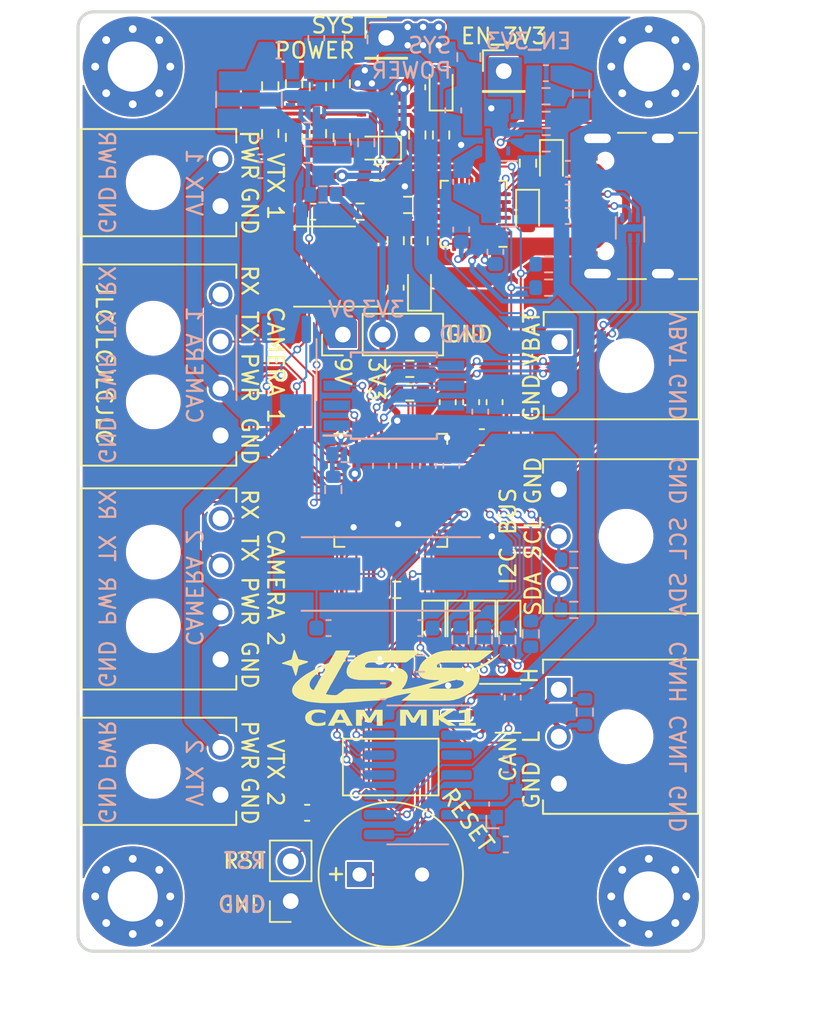
<source format=kicad_pcb>
(kicad_pcb (version 20221018) (generator pcbnew)
  (title_block (title "Stargazer Camera Board") (date "2024-01-31") (rev "A") (company "Illinois Space Society") (comment 4 "Contributors: Rohan Das, Thomas McManamen"))
  (layers (0 "F.Cu" signal) (31 "B.Cu" signal) (34 "B.Paste" user) (35 "F.Paste" user) (36 "B.SilkS" user "B.Silkscreen") (37 "F.SilkS" user "F.Silkscreen") (38 "B.Mask" user) (39 "F.Mask" user) (44 "Edge.Cuts" user))
  (net 0 "")
  (net 1 "/BUZZER")
  (net 2 "GND")
  (net 3 "/RESET_SW")
  (net 4 "Net-(U102-OSC2)")
  (net 5 "Net-(U102-OSC1)")
  (net 6 "Net-(D101-A2)")
  (net 7 "Net-(U103-SS)")
  (net 8 "Net-(D102-A)")
  (net 9 "Net-(U105-VREG_2V7)")
  (net 10 "/TX_1")
  (net 11 "/RX_1")
  (net 12 "/TX_2")
  (net 13 "/RX_2")
  (net 14 "/VBAT")
  (net 15 "Net-(U105-VREG_1V2)")
  (net 16 "Net-(C113-Pad2)")
  (net 17 "/USB_D+")
  (net 18 "/USB_D-")
  (net 19 "Net-(U106-SW)")
  (net 20 "/LED_GREEN")
  (net 21 "/LED_BLUE")
  (net 22 "/LED_RED")
  (net 23 "/LED_ORANGE")
  (net 24 "/CAN_NINT1")
  (net 25 "/SPI_SCK")
  (net 26 "/SPI_MISO")
  (net 27 "/CAN_NCS")
  (net 28 "/SPI_MOSI")
  (net 29 "/CAN_NINT")
  (net 30 "Net-(U106-BOOT)")
  (net 31 "Net-(U107-BOOT)")
  (net 32 "Net-(U107-SW)")
  (net 33 "Net-(C116-Pad1)")
  (net 34 "Net-(U106-FB)")
  (net 35 "Net-(U107-FB)")
  (net 36 "+3V3")
  (net 37 "+9V")
  (net 38 "Net-(C117-Pad1)")
  (net 39 "Net-(U109-XIN)")
  (net 40 "Net-(C119-Pad1)")
  (net 41 "Net-(D103-A2)")
  (net 42 "/USB_POWER")
  (net 43 "Net-(D104-A2)")
  (net 44 "Net-(D106-A)")
  (net 45 "Net-(D107-A)")
  (net 46 "Net-(D108-A)")
  (net 47 "Net-(D109-A)")
  (net 53 "Net-(U101-D-_out)")
  (net 54 "Net-(U101-D+_out)")
  (net 56 "/SYS_POWER")
  (net 57 "Net-(J104-Pin_2)")
  (net 58 "Net-(J104-Pin_1)")
  (net 59 "/SCL")
  (net 60 "/SDA")
  (net 61 "/CAM_1_POW")
  (net 62 "/CAM_2_POW")
  (net 63 "Net-(J107-Pin_1)")
  (net 64 "/ON_OFF_1")
  (net 65 "/ON_OFF_2")
  (net 66 "Net-(Q101-G)")
  (net 67 "Net-(U103-PR1)")
  (net 68 "Net-(U103-OV1)")
  (net 69 "Net-(U103-CP2)")
  (net 70 "/USB_SDA")
  (net 71 "/USB_SCL")
  (net 72 "Net-(U103-OV2)")
  (net 73 "Net-(U105-VBUS_VS_DISCH)")
  (net 74 "Net-(U105-RESET)")
  (net 75 "Net-(U103-ILM)")
  (net 76 "Net-(U105-VBUS_EN_SNK)")
  (net 77 "Net-(U105-DISCH)")
  (net 78 "/PG_3V3")
  (net 79 "/PG_9V")
  (net 80 "Net-(U108-~{CS})")
  (net 81 "Net-(U109-XOUT)")
  (net 82 "Net-(U109-USB_DP)")
  (net 83 "Net-(U109-USB_DM)")
  (net 84 "/EN_9V")
  (net 86 "Net-(U102-~{INT0}{slash}GPIO0{slash}XSTBY)")
  (net 88 "Net-(U102-RXCAN)")
  (net 89 "Net-(U102-TXCAN)")
  (net 91 "/USB_ALERT")
  (net 99 "Net-(U108-IO3)")
  (net 100 "Net-(U108-CLK)")
  (net 101 "Net-(U108-DI(IO0))")
  (net 102 "Net-(U108-IO2)")
  (net 103 "/CAN_FAULT")
  (net 104 "Net-(U108-DO(IO1))")
  (net 105 "Net-(U109-VREG_VOUT)")
  (footprint "LED_SMD:LED_0603_1608Metric" (layer "F.Cu") (at 157.556 109.093 -90)
    (fp_text reference "D109" hide)
    (fp_text value "BLUE LED")
  )
  (footprint "MountingHole:MountingHole_3.2mm_M3_Pad_Via" (layer "F.Cu") (at 133.5 126.5)
    (fp_text reference "H103" hide)
    (fp_text value "MountingHole")
  )
  (footprint "Package_DFN_QFN:QFN-24-1EP_4x4mm_P0.5mm_EP2.7x2.7mm" (layer "F.Cu") (at 155.3 82.9 180)
    (fp_text reference "U105" hide)
    (fp_text value "STUSB4500QTR")
  )
  (footprint "Connector_PinHeader_2.54mm:PinHeader_1x03_P2.54mm_Vertical" (layer "F.Cu") (at 146.9373 90.6136 90)
    (fp_text reference "J111" hide)
    (fp_text value "Conn_01x03")
  )
  (footprint "LED_SMD:LED_0603_1608Metric" (layer "F.Cu") (at 155.956 109.093 -90)
    (fp_text reference "D108" hide)
    (fp_text value "GREEN LED")
  )
  (footprint "Connector_PinHeader_2.54mm:PinHeader_1x01_P2.54mm_Vertical" (layer "F.Cu") (at 149.7076 71.6652)
    (fp_text reference "J102" hide)
    (fp_text value "TestPoint")
  )
  (footprint "Capacitor_SMD:C_0603_1608Metric" (layer "F.Cu") (at 155.8248 97.1668)
    (fp_text reference "C130" hide)
    (fp_text value "100nF")
  )
  (footprint "Resistor_SMD:R_0603_1608Metric" (layer "F.Cu") (at 151.22 92.8 180)
    (fp_text reference "R133" hide)
    (fp_text value "27.4")
  )
  (footprint "Logos_ISS:ISS_LOGO_even more extreme small" (layer "F.Cu") (at 150.234197 112.522)
    (fp_text reference "G***" hide)
    (fp_text value "LOGO" hide)
  )
  (footprint "Resistor_SMD:R_0603_1608Metric" (layer "F.Cu") (at 145.341913 77.771182 90)
    (fp_text reference "R103" hide)
    (fp_text value "100k")
  )
  (footprint "Capacitor_SMD:C_0603_1608Metric" (layer "F.Cu") (at 156.6376 94.9316 90)
    (fp_text reference "C129" hide)
    (fp_text value "1uF")
  )
  (footprint "Connector_Molex_Micro-Lock-Plus:Molex_Micro-Fit-Plus_2157601002_1x02_P3.0mm" (layer "F.Cu") (at 164.735 92.6 90)
    (fp_text reference "J103" hide)
    (fp_text value "2157601002")
  )
  (footprint "Resistor_SMD:R_0603_1608Metric" (layer "F.Cu") (at 151.694913 77.865182 90)
    (fp_text reference "R113" hide)
    (fp_text value "18.7k")
  )
  (footprint "Capacitor_SMD:C_0603_1608Metric" (layer "F.Cu") (at 144.653 121.158 180)
    (fp_text reference "C127" hide)
    (fp_text value "0.1uF")
  )
  (footprint "Resistor_SMD:R_0603_1608Metric" (layer "F.Cu") (at 150.313 84.6192 -90)
    (fp_text reference "R117" hide)
    (fp_text value "100k")
  )
  (footprint "Resistor_SMD:R_0603_1608Metric" (layer "F.Cu") (at 143.817913 74.596182 90)
    (fp_text reference "R106" hide)
    (fp_text value "10k")
  )
  (footprint "Package_DFN_QFN:QFN-56-1EP_7x7mm_P0.4mm_EP3.2x3.2mm" (layer "F.Cu") (at 150 100.5625)
    (fp_text reference "U109" hide)
    (fp_text value "RP2040")
  )
  (footprint "Resistor_SMD:R_0603_1608Metric" (layer "F.Cu") (at 146.865913 74.596182 -90)
    (fp_text reference "R105" hide)
    (fp_text value "47k")
  )
  (footprint "Connector_USB:USB_C_Receptacle_GCT_USB4105-xx-A_16P_TopMnt_Horizontal" (layer "F.Cu") (at 166.325 82.4 90)
    (fp_text reference "J101" hide)
    (fp_text value "USB4105-GF-A")
  )
  (footprint "MountingHole:MountingHole_3.2mm_M3_Pad_Via" (layer "F.Cu") (at 133.5 73.5)
    (fp_text reference "H101" hide)
    (fp_text value "MountingHole")
  )
  (footprint "Capacitor_SMD:C_0603_1608Metric" (layer "F.Cu") (at 153.6404 94.9316 90)
    (fp_text reference "C126" hide)
    (fp_text value "100nF")
  )
  (footprint "Resistor_SMD:R_0603_1608Metric" (layer "F.Cu") (at 151.22 94.3 180)
    (fp_text reference "R132" hide)
    (fp_text value "27.4")
  )
  (footprint "MountingHole:MountingHole_3.2mm_M3_Pad_Via" (layer "F.Cu") (at 166.5 126.5)
    (fp_text reference "H104" hide)
    (fp_text value "MountingHole")
  )
  (footprint "Resistor_SMD:R_0603_1608Metric" (layer "F.Cu") (at 149.17 80.2758)
    (fp_text reference "R116" hide)
    (fp_text value "1k")
  )
  (footprint "Connector_Molex_Micro-Lock-Plus:Molex_Micro-Fit-Plus_2157601004_1x04_P3.0mm" (layer "F.Cu") (at 139.115 111.36 -90)
    (fp_text reference "J108" hide)
    (fp_text value "2157601004")
  )
  (footprint "Diode_SMD:D_0603_1608Metric" (layer "F.Cu") (at 160.274 79.67 -90)
    (fp_text reference "D103" hide)
    (fp_text value "D")
  )
  (footprint "Connector_Molex_Micro-Lock-Plus:Molex_Micro-Fit-Plus_2157601002_1x02_P3.0mm" (layer "F.Cu") (at 135.165 118.51 -90)
    (fp_text reference "J109" hide)
    (fp_text value "2157601002")
  )
  (footprint "Capacitor_SMD:C_0603_1608Metric" (layer "F.Cu") (at 151.694913 74.817182 -90)
    (fp_text reference "C106" hide)
    (fp_text value "1uF")
  )
  (footprint "LED_SMD:LED_0603_1608Metric" (layer "F.Cu") (at 154.366 109.093 -90)
    (fp_text reference "D107" hide)
    (fp_text value "ORANGE LED")
  )
  (footprint "Connector_Molex_Micro-Lock-Plus:Molex_Micro-Fit-Plus_2157601003_1x03_P3.0mm" (layer "F.Cu") (at 164.69 116.3 90)
    (fp_text reference "J104" hide)
    (fp_text value "2157601003")
  )
  (footprint "Connector_PinHeader_2.54mm:PinHeader_1x01_P2.54mm_Vertical" (layer "F.Cu") (at 157.226 73.787)
    (fp_text reference "J107" hide)
    (fp_text value "TestPoint")
  )
  (footprint "Package_SO:SO-8_3.9x4.9mm_P1.27mm" (layer "F.Cu") (at 145.762 86.2702 180)
    (fp_text reference "Q101" hide)
    (fp_text value "DMP3085LSS")
  )
  (footprint "Connector_Molex_Micro-Lock-Plus:Molex_Micro-Fit-Plus_2157601002_1x02_P3.0mm" (layer "F.Cu") (at 135.165 80.91 -90)
    (fp_text reference "J106" hide)
    (fp_text value "2157601002")
  )
  (footprint "Resistor_SMD:R_0603_1608Metric" (layer "F.Cu") (at 142.293913 77.771182 -90)
    (fp_text reference "R104" hide)
    (fp_text value "5.1k")
  )
  (footprint "Resistor_SMD:R_0603_1608Metric" (layer "F.Cu") (at 151.837 84.6192 -90)
    (fp_text reference "R110" hide)
    (fp_text value "1k")
  )
  (footprint "Diode_SMD:D_0603_1608Metric" (layer "F.Cu") (at 153.218913 74.817182 90)
    (fp_text reference "D102" hide)
    (fp_text value "D")
  )
  (footprint "Resistor_SMD:R_0603_1608Metric" (layer "F.Cu") (at 142.293913 74.723182 90)
    (fp_text reference "R108" hide)
    (fp_text value "5.1k")
  )
  (footprint "Resistor_SMD:R_0603_1608Metric" (layer "F.Cu") (at 151.075 82.3332 180)
    (fp_text reference "R115" hide)
    (fp_text value "22k")
  )
  (footprint "Diode_SMD:D_0603_1608Metric" (layer "F.Cu") (at 158.75 82.85 -90)
    (fp_text reference "D104" hide)
    (fp_text value "D")
  )
  (footprint "Package_TO_SOT_SMD:SOT-23-8" (layer "F.Cu") (at 157.5 114.484)
    (fp_text reference "U104" hide)
    (fp_text value "TCAN337G")
  )
  (footprint "Connector_Molex_Micro-Lock-Plus:Molex_Micro-Fit-Plus_2157601004_1x04_P3.0mm" (layer "F.Cu") (at 139.115 97.06 -90)
    (fp_text reference "J105" hide)
    (fp_text value "2157601004")
  )
  (footprint "MountingHole:MountingHole_3.2mm_M3_Pad_Via" (layer "F.Cu") (at 166.5 73.5)
    (fp_text reference "H102" hide)
    (fp_text value "MountingHole")
  )
  (footprint "Resistor_SMD:R_0603_1608Metric" (layer "F.Cu") (at 146.865913 78.025182 90)
    (fp_text reference "R101" hide)
    (fp_text value "30k")
  )
  (footprint "Buzzer_Beeper:MagneticBuzzer_PUI_AT-0927-TT-6-R" (layer "F.Cu") (at 148 125.1)
    (fp_text reference "BZ101" hide)
    (fp_text value "Buzzer")
  )
  (footprint "Capacitor_SMD:C_0603_1608Metric" (layer "F.Cu") (at 155.1404 94.9316 90)
    (fp_text reference "C128" hide)
    (fp_text value "100nF")
  )
  (footprint "Connector_Molex_Micro-Lock-Plus:Molex_Micro-Fit-Plus_2157601003_1x03_P3.0mm" (layer "F.Cu") (at 164.69 103.5 90)
    (fp_text reference "J110" hide)
    (fp_text value "2157601003")
  )
  (footprint "Diode_SMD:D_0603_1608Metric" (layer "F.Cu") (at 151.837 87.6 90)
    (fp_text reference "D101" hide)
    (fp_text value "D")
  )
  (footprint "Package_VQFN:VQFN-HR-RUX0012A" (layer "F.Cu") (at 149.272914 76.334182 -90)
    (fp_text reference "U103" hide)
    (fp_text value "TPS2121")
  )
  (footprint "Capacitor_SMD:C_0603_1608Metric" (layer "F.Cu") (at 150.313 87.62 -90)
    (fp_text reference "C104" hide)
    (fp_text value "1uF")
  )
  (footprint "Resistor_SMD:R_0603_1608Metric" (layer "F.Cu") (at 150.3892 106.9204 180)
    (fp_text reference "R131" hide)
    (fp_text value "1k")
  )
  (footprint "Resistor_SMD:R_0603_1608Metric" (layer "F.Cu") (at 148.0394 82.765 180)
    (fp_text reference "R118" hide)
    (fp_text value "100")
  )
  (footprint "Resistor_SMD:R_0603_1608Metric" (layer "F.Cu") (at 158.774 79.67 90)
    (fp_text reference "R112" hide)
    (fp_text value "100k")
  )
  (footprint "Capacitor_SMD:C_0603_1608Metric" (layer "F.Cu") (at 145.0422 82.765)
    (fp_text reference "C113" hide)
    (fp_text value "0.1uF")
  )
  (footprint "LED_SMD:LED_0603_1608Metric" (layer "F.Cu") (at 152.756 109.093 -90)
    (fp_text reference "D106" hide)
    (fp_text value "RED LED")
  )
  (footprint "Button_Switch_SMD:SW_SPST_FSMSM" (layer "F.Cu") (at 150 118.237)
    (fp_text reference "SW101" hide)
    (fp_text value "SW_PUSH_RESET")
  )
  (footprint "Resistor_SMD:R_0603_1608Metric" (layer "F.Cu") (at 145.341913 74.787182 -90)
    (fp_text reference "R107" hide)
    (fp_text value "100k")
  )
  (footprint "Connector_PinSocket_2.54mm:PinSocket_1x02_P2.54mm_Vertical" (layer "F.Cu") (at 143.6 126.8 180)
    (fp_text reference "J112" hide)
    (fp_text value "RESET PIN")
  )
  (footprint "Diode_SMD:D_0603_1608Metric" (layer "F.Cu") (at 149.17 78.701 180)
    (fp_text reference "D105" hide)
    (fp_text value "D")
  )
  (footprint "Resistor_SMD:R_0603_1608Metric" (layer "F.Cu") (at 143.817913 78.025182 -90)
    (fp_text reference "R102" hide)
    (fp_text value "10k")
  )
  (footprint "Resistor_SMD:R_0603_1608Metric" (layer "F.Cu") (at 153.218913 77.865182 90)
    (fp_text reference "R109" hide)
    (fp_text value "0")
  )
  (footprint "Capacitor_SMD:C_0603_1608Metric" (layer "B.Cu") (at 159.92 73.920002 180)
    (fp_text reference "C116" hide)
    (fp_text value "100pF")
  )
  (footprint "Resistor_SMD:R_0603_1608Metric" (layer "B.Cu") (at 148.430999 78.36 90)
    (fp_text reference "R130" hide)
    (fp_text value "10k")
  )
  (footprint "Capacitor_SMD:C_0603_1608Metric" (layer "B.Cu") (at 157.8 113.8 90)
    (fp_text reference "C105" hide)
    (fp_text value "0.1uF")
  )
  (footprint "Resistor_SMD:R_0603_1608Metric" (layer "B.Cu") (at 155.956 110.109 -90)
    (fp_text reference "R137" hide)
    (fp_text value "470")
  )
  (footprint "Resistor_SMD:R_0603_1608Metric" (layer "B.Cu") (at 144.695999 79.12 180)
    (fp_text reference "R126" hide)
    (fp_text value "20k")
  )
  (footprint "Capacitor_SMD:C_0805_2012Metric" (layer "B.Cu") (at 154.9908 72.898 90)
    (fp_text reference "C109" hide)
    (fp_text value "15uF")
  )
  (footprint "Resistor_SMD:R_0603_1608Metric" (layer "B.Cu") (at 157.4544 110.109 -90)
    (fp_text reference "R138" hide)
    (fp_text value "470")
  )
  (footprint "Capacitor_SMD:C_0603_1608Metric" (layer "B.Cu") (at 157.365 123.18)
    (fp_text reference "C102" hide)
    (fp_text value "22pF")
  )
  (footprint "Capacitor_SMD:C_0603_1608Metric" (layer "B.Cu") (at 149.5 113.4)
    (fp_text reference "C103" hide)
    (fp_text value "0.1uF")
  )
  (footprint "Resistor_SMD:R_0603_1608Metric" (layer "B.Cu") (at 145.669 81.661)
    (fp_text reference "R120" hide)
    (fp_text value "100k")
  )
  (footprint "Capacitor_SMD:C_0603_1608Metric" (layer "B.Cu") (at 157.35 118.06)
    (fp_text reference "C101" hide)
    (fp_text value "22pF")
  )
  (footprint "Capacitor_SMD:C_0603_1608Metric" (layer "B.Cu") (at 152.3704 98.9956 -90)
    (fp_text reference "C131" hide)
    (fp_text value "100nF")
  )
  (footprint "Resistor_SMD:R_0603_1608Metric" (layer "B.Cu") (at 160.092 87.6164 180)
    (fp_text reference "R135" hide)
    (fp_text value "2.2k")
  )
  (footprint "Resistor_SMD:R_0603_1608Metric" (layer "B.Cu") (at 144.695999 77.59 180)
    (fp_text reference "R129" hide)
    (fp_text value "140k")
  )
  (footprint "Capacitor_SMD:C_0603_1608Metric" (layer "B.Cu") (at 153.996 76.288 -90)
    (fp_text reference "C111" hide)
    (fp_text value "100nF")
  )
  (footprint "Capacitor_SMD:C_0603_1608Metric" (layer "B.Cu") (at 141.66 80.11)
    (fp_text reference "C124" hide)
    (fp_text value "22uF")
  )
  (footprint "Resistor_SMD:R_0603_1608Metric" (layer "B.Cu") (at 162.17 75.240002 -90)
    (fp_text reference "R125" hide)
    (fp_text value "20k")
  )
  (footprint "Resistor_SMD:R_0603_1608Metric" (layer "B.Cu") (at 160.092 86.1164 180)
    (fp_text reference "R134" hide)
    (fp_text value "2.2k")
  )
  (footprint "Regulator_Texas:TI_TPS56637" (layer "B.Cu") (at 144.990999 75.015 90)
    (fp_text reference "U107" hide)
    (fp_text value "TI_TPS56637")
  )
  (footprint "Resistor_SMD:R_0603_1608Metric" (layer "B.Cu") (at 159.93 75.390002 180)
    (fp_text reference "R128" hide)
    (fp_text value "10k")
  )
  (footprint "Resistor_SMD:R_0603_1608Metric" (layer "B.Cu") (at 159.94 78.400002)
    (fp_text reference "R119" hide)
    (fp_text value "100k")
  )
  (footprint "Resistor_SMD:R_0603_1608Metric" (layer "B.Cu") (at 159.94 76.900002)
    (fp_text reference "R127" hide)
    (fp_text value "45.3k")
  )
  (footprint "Package_DFN_QFN:ST_UQFN-6L_1.5x1.7mm_P0.5mm" (layer "B.Cu") (at 165.3 83.8 90)
    (fp_text reference "U101" hide)
    (fp_text value "ECMF02-2AMX6")
  )
  (footprint "Capacitor_SMD:C_0603_1608Metric" (layer "B.Cu") (at 141.660999 78.595)
    (fp_text reference "C122" hide)
    (fp_text value "22uF")
  )
  (footprint "Capacitor_SMD:C_0603_1608Metric" (layer "B.Cu") (at 153.8704 98.9956 -90)
    (fp_text reference "C132" hide)
    (fp_text value "100nF")
  )
  (footprint "Resistor_SMD:R_0603_1608Metric" (layer "B.Cu") (at 162.41 114.73 90)
    (fp_text reference "R114" hide)
    (fp_text value "120")
  )
  (footprint "Capacitor_SMD:C_0603_1608Metric" (layer "B.Cu") (at 150.8632 98.9956 -90)
    (fp_text reference "C134" hide)
    (fp_text value "100nF")
  )
  (footprint "Inductor_SMD:L_Wuerth_MAPI-4020" (layer "B.Cu") (at 157.58 81.622)
    (fp_text reference "L101" hide)
    (fp_text value "2.2uH")
  )
  (footprint "Capacitor_SMD:C_0603_1608Metric" (layer "B.Cu") (at 145.2372 71.6788 90)
    (fp_text reference "C112" hide)
    (fp_text value "100nF")
  )
  (footprint "Capacitor_SMD:C_0603_1608Metric" (layer "B.Cu") (at 146.0204 109.3588)
    (fp_text reference "C118" hide)
    (fp_text value "27pF")
  )
  (footprint "Regulator_Texas:TI_TPS56637" (layer "B.Cu") (at 156.58 77.480002 180)
    (fp_text reference "U106" hide)
    (fp_text value "TI_TPS56637")
  )
  (footprint "Crystal:Crystal_SMD_Abracon_ABM10-4Pin_2.5x2.0mm" (layer "B.Cu") (at 157.4 120.6)
    (fp_text reference "Y101" hide)
    (fp_text value "40MHz")
  )
  (footprint "Capacitor_SMD:C_0603_1608Metric" (layer "B.Cu") (at 146.940999 78.36 90)
    (fp_text reference "C117" hide)
    (fp_text value "100pF")
  )
  (footprint "Inductor_SMD:L_Wuerth_MAPI-4020" (layer "B.Cu") (at 140.930999 75.6 -90)
    (fp_text reference "L102" hide)
    (fp_text value "5.6uH")
  )
  (footprint "Package_SO:SOIC-14_3.9x8.7mm_P1.27mm" (layer "B.Cu") (at 151.725 118.74 180)
    (fp_text reference "U102" hide)
    (fp_text value "MCP2518FDT-xSL")
  )
  (footprint "Resistor_SMD:R_0603_1608Metric" (layer "B.Cu") (at 154.4576 110.109 -90)
    (fp_text reference "R136" hide)
    (fp_text value "470")
  )
  (footprint "Package_SO:SO-8_3.9x4.9mm_P1.27mm" (layer "B.Cu") (at 142.6926 92.8516 -90)
    (fp_text reference "Q102" hide)
    (fp_text value "DMNH6022SSDQ")
  )
  (footprint "Capacitor_SMD:C_0603_1608Metric" (layer "B.Cu") (at 154.504 83.908 90)
    (fp_text reference "C108" hide)
    (fp_text value "1uF")
  )
  (footprint "Resistor_SMD:R_0603_1608Metric" (layer "B.Cu") (at 161.7054 105 180)
    (fp_text reference "R123" hide)
    (fp_text value "2.2k")
  )
  (footprint "Crystal_Abracon:Abracon_ABLS-12.000MHZ-B4-T" (layer "B.Cu") (at 150 105.9044)
    (fp_text reference "Y102" hide)
    (fp_text value "12.000MHZ-B4-T")
  )
  (footprint "Resistor_SMD:R_0603_1608Metric" (layer "B.Cu") (at 146.3252 100.5196 90)
    (fp_text reference "R121" hide)
    (fp_text value "1k")
  )
  (footprint "Capacitor_SMD:C_0603_1608Metric" (layer "B.Cu") (at 151.892 109.3588 180)
    (fp_text reference "C119" hide)
    (fp_text value "27pF")
  )
  (footprint "Capacitor_SMD:C_0603_1608Metric" (layer "B.Cu") (at 161.32 83.04 180)
    (fp_text reference "C123" hide)
    (fp_text value "10uF")
  )
  (footprint "Capacitor_SMD:C_0603_1608Metric" (layer "B.Cu") (at 154.504 80.86 -90)
    (fp_text reference "C114" hide)
    (fp_text value "100nF")
  )
  (footprint "Capacitor_SMD:C_0603_1608Metric" (layer "B.Cu") (at 161.32 80.030002 180)
    (fp_text reference "C121" hide)
    (fp_text value "10uF")
  )
  (footprint "Capacitor_SMD:C_0603_1608Metric" (layer "B.Cu") (at 155.7232 95.5412 90)
    (fp_text reference "C120" hide)
    (fp_text value "100nF")
  )
  (footprint "Capacitor_SMD:C_0603_1608Metric" (layer "B.Cu") (at 142.820999 72.47 180)
    (fp_text reference "C115" hide)
    (fp_text value "100nF")
  )
  (footprint "Resistor_SMD:R_0603_1608Metric" (layer "B.Cu") (at 158.9528 109.728 -90)
    (fp_text reference "R139" hide)
    (fp_text value "470")
  )
  (footprint "Package_SO:SOIC-8W_5.3x5.3mm_P1.27mm" (layer "B.Cu") (at 150.2 94.5144)
    (fp_text reference "U108" hide)
    (fp_text value "W25Q128JVSIM")
  )
  (footprint "Resistor_SMD:R_0603_1608Metric" (layer "B.Cu") (at 161.7054 108.2)
    (fp_text reference "R122" hide)
    (fp_text value "2.2k")
  )
  (footprint "Capacitor_SMD:C_0603_1608Metric" (layer "B.Cu") (at 156.6884 85.3304 90)
    (fp_text reference "C107" hide)
    (fp_text value "1uF")
  )
  (footprint "Resistor_SMD:R_0603_1608Metric" (layer "B.Cu") (at 147.0872 98.2336)
    (fp_text reference "R124" hide)
    (fp_text value "10k")
  )
  (footprint "Capacitor_SMD:C_0805_2012Metric" (layer "B.Cu") (at 147.7772 71.7652 90)
    (fp_text reference "C110" hide)
    (fp_text value "15uF")
  )
  (footprint "Capacitor_SMD:C_0603_1608Metric" (layer "B.Cu") (at 161.32 81.54 180)
    (fp_text reference "C125" hide)
    (fp_text value "10uF")
  )
  (footprint "Capacitor_SMD:C_0603_1608Metric" (layer "B.Cu") (at 149.3732 98.9956 -90)
    (fp_text reference "C133" hide)
    (fp_text value "100nF")
  )
  (footprint "Resistor_SMD:R_0603_1608Metric" (layer "B.Cu") (at 151.892 111.633)
    (fp_text reference "R111" hide)
    (fp_text value "10k")
  )
  (gr_arc locked (start 130 71) (mid 130.292893 70.292894) (end 131 70) (stroke (width 0.2)) (layer "Edge.Cuts"))
  (gr_arc locked (start 170 129) (mid 169.707107 129.707106) (end 169 130) (stroke (width 0.2)) (layer "Edge.Cuts"))
  (gr_arc locked (start 169 70) (mid 169.707106 70.292893) (end 170 71) (stroke (width 0.2)) (layer "Edge.Cuts"))
  (gr_arc locked (start 131 130) (mid 130.292894 129.707107) (end 130 129) (stroke (width 0.2)) (layer "Edge.Cuts"))
  (gr_line locked (start 131 130) (end 169 130) (stroke (width 0.2)) (layer "Edge.Cuts"))
  (gr_line locked (start 170 129) (end 170 71) (stroke (width 0.2)) (layer "Edge.Cuts"))
  (gr_line locked (start 130 71) (end 130 129) (stroke (width 0.2)) (layer "Edge.Cuts"))
  (gr_line locked (start 169 70) (end 131 70) (stroke (width 0.2)) (layer "Edge.Cuts"))
  (gr_text "SYS\nPOWER" (at 153.9748 72.9488) (layer "B.SilkS") (effects (font (size 1 1)) (justify left mirror)))
  (gr_text locked "PWR" (at 131.826 115.1695 -90) (layer "B.SilkS") (effects (font (size 1 1)) (justify right mirror)))
  (gr_text locked "PWR" (at 131.826 80.862357 -90) (layer "B.SilkS") (effects (font (size 1 1)) (justify left mirror)))
  (gr_text "CANH CANL GND" (at 168.402 116.3 90) (layer "B.SilkS") (effects (font (size 1 1)) (justify mirror)))
  (gr_text locked "GND" (at 131.826 95.739381 -90) (layer "B.SilkS") (effects (font (size 1 1)) (justify right mirror)))
  (gr_text locked "GND" (at 142.134018 127.6096) (layer "B.SilkS") (effects (font (size 1 1)) (justify left bottom mirror)))
  (gr_text "GND" (at 154.6 90.6) (layer "B.SilkS") (effects (font (size 1 1)) (justify mirror)))
  (gr_text "VBAT" (at 168.402 92.745191 90) (layer "B.SilkS") (effects (font (size 1 1)) (justify right mirror)))
  (gr_text "GND" (at 168.402 92.968381 90) (layer "B.SilkS") (effects (font (size 1 1)) (justify left mirror)))
  (gr_text locked "RST" (at 142.134018 124.8096) (layer "B.SilkS") (effects (font (size 1 1)) (justify left bottom mirror)))
  (gr_text "SCL" (at 168.402 103.628024 90) (layer "B.SilkS") (effects (font (size 1 1)) (justify mirror)))
  (gr_text locked "GND" (at 131.826 118.729881 -90) (layer "B.SilkS") (effects (font (size 1 1)) (justify right mirror)))
  (gr_text "3V3" (at 149.5 89) (layer "B.SilkS") (effects (font (size 1 1)) (justify mirror)))
  (gr_text locked "TX" (at 131.826 89.967976 -90) (layer "B.SilkS") (effects (font (size 1 1)) (justify mirror)))
  (gr_text "9V" (at 146.9 89) (layer "B.SilkS") (effects (font (size 1 1)) (justify mirror)))
  (gr_text locked "PWR" (at 131.826 107.645499 -90) (layer "B.SilkS") (effects (font (size 1 1)) (justify mirror)))
  (gr_text "GND" (at 168.402 99.949 90) (layer "B.SilkS") (effects (font (size 1 1)) (justify mirror)))
  (gr_text locked "GND" (at 131.826 110.039381 -90) (layer "B.SilkS") (effects (font (size 1 1)) (justify right mirror)))
  (gr_text locked "RX" (at 131.826 102.585381 -90) (layer "B.SilkS") (effects (font (size 1 1)) (justify left mirror)))
  (gr_text locked "PWR" (at 131.826 93.345499 -90) (layer "B.SilkS") (effects (font (size 1 1)) (justify mirror)))
  (gr_text locked "VTX 1" (at 137.414 80.898501 -90) (layer "B.SilkS") (effects (font (size 1 1)) (justify mirror)))
  (gr_text locked "CAMERA 2" (at 137.414 106.7855 -90) (layer "B.SilkS") (effects (font (size 1 1)) (justify mirror)))
  (gr_text locked "RX" (at 131.826 88.285381 -90) (layer "B.SilkS") (effects (font (size 1 1)) (justify left mirror)))
  (gr_text locked "GND" (at 131.826 81.029881 -90) (layer "B.SilkS") (effects (font (size 1 1)) (justify right mirror)))
  (gr_text "EN_3V3" (at 158.8008 72.457) (layer "B.SilkS") (effects (font (size 1 1)) (justify bottom mirror)))
  (gr_text locked "VTX 2" (at 137.414 118.6 -90) (layer "B.SilkS") (effects (font (size 1 1)) (justify mirror)))
  (gr_text locked "TX" (at 131.826 104.267976 -90) (layer "B.SilkS") (effects (font (size 1 1)) (justify mirror)))
  (gr_text locked "CAMERA 1" (at 137.414 92.5615 -90) (layer "B.SilkS") (effects (font (size 1 1)) (justify mirror)))
  (gr_text "SDA" (at 168.402 107.188 90) (layer "B.SilkS") (effects (font (size 1 1)) (justify mirror)))
  (gr_text locked "CAN" (at 157.5 117.729 90) (layer "F.SilkS") (effects (font (size 1 1))))
  (gr_text locked "SCL" (at 159.1 103.619048 90) (layer "F.SilkS") (effects (font (size 1 1))))
  (gr_text "3V3" (at 149.098 93.472 -90) (layer "F.SilkS") (effects (font (size 1 1))))
  (gr_text locked "GND" (at 140.97 113.337 270) (layer "F.SilkS") (effects (font (size 1 1)) (justify right)))
  (gr_text locked "SDA" (at 159.1 107.179024 90) (layer "F.SilkS") (effects (font (size 1 1))))
  (gr_text locked "CAM MK1" (at 150 115.183553) (layer "F.SilkS") (effects (font (size 1 1.5) (thickness 0.2) bold)))
  (gr_text "GND" (at 155 90.6) (layer "F.SilkS") (effects (font (size 1 1))))
  (gr_text locked "VBAT" (at 159.004 89.019 90) (layer "F.SilkS") (effects (font (size 1 1)) (justify right)))
  (gr_text locked "PWR" (at 140.97 115.1695 270) (layer "F.SilkS") (effects (font (size 1 1)) (justify left)))
  (gr_text "SYS\nPOWER" (at 147.7892 71.6652) (layer "F.SilkS") (effects (font (size 1 1)) (justify right)))
  (gr_text locked "CAMERA 1" (at 142.621 92.56 270) (layer "F.SilkS") (effects (font (size 1 1))))
  (gr_text locked "GND" (at 140.97 84.3275 270) (layer "F.SilkS") (effects (font (size 1 1)) (justify right)))
  (gr_text locked "GND" (at 140.97 99.037 270) (layer "F.SilkS") (effects (font (size 1 1)) (justify right)))
  (gr_text locked "H" (at 158.877 112.395 90) (layer "F.SilkS") (effects (font (size 1 1))))
  (gr_text locked "L" (at 159 116.332 90) (layer "F.SilkS") (effects (font (size 1 1))))
  (gr_text locked "TX" (at 140.97 89.966476 270) (layer "F.SilkS") (effects (font (size 1 1))))
  (gr_text locked "GND" (at 159.1 99.940024 90) (layer "F.SilkS") (effects (font (size 1 1))))
  (gr_text "EN_3V3" (at 157.226 72.136) (layer "F.SilkS") (effects (font (size 1 1)) (justify bottom)))
  (gr_text "RESET" (at 153.06 120.047 306) (layer "F.SilkS") (effects (font (size 1 1)) (justify left bottom)))
  (gr_text locked "CAMERA 2" (at 142.621 106.784 270) (layer "F.SilkS") (effects (font (size 1 1))))
  (gr_text "9V" (at 146.939 92.964 -90) (layer "F.SilkS") (effects (font (size 1 1))))
  (gr_text locked "RX" (at 140.97 100.383 270) (layer "F.SilkS") (effects (font (size 1 1)) (justify left)))
  (gr_text locked "GND" (at 159 119.38 90) (layer "F.SilkS") (effects (font (size 1 1))))
  (gr_text locked "GND" (at 159.004 96.266 90) (layer "F.SilkS") (effects (font (size 1 1)) (justify left)))
  (gr_text locked "PWR" (at 140.97 77.4695 270) (layer "F.SilkS") (effects (font (size 1 1)) (justify left)))
  (gr_text locked "GND" (at 140.97 122.0275 270) (layer "F.SilkS") (effects (font (size 1 1)) (justify right)))
  (gr_text "JLCJLCJLCJLC" (at 131.66 92.51 -90) (layer "F.SilkS") (effects (font (size 1 1))))
  (gr_text locked "VTX 2" (at 142.621 118.5985 270) (layer "F.SilkS") (effects (font (size 1 1))))
  (gr_text locked "RX" (at 140.97 86.083 270) (layer "F.SilkS") (effects (font (size 1 1)) (justify left)))
  (gr_text locked "VTX 1" (at 142.621 81.153 270) (layer "F.SilkS") (effects (font (size 1 1))))
  (gr_text locked "PWR" (at 140.97 93.343999 270) (layer "F.SilkS") (effects (font (size 1 1))))
  (gr_text locked "TX" (at 140.97 104.266476 270) (layer "F.SilkS") (effects (font (size 1 1))))
  (gr_text locked "PWR" (at 140.97 107.643999 270) (layer "F.SilkS") (effects (font (size 1 1))))
  (gr_text locked "GND" (at 138.858667 127.6) (layer "F.SilkS") (effects (font (size 1 1)) (justify left bottom)))
  (gr_text locked "I2C BUS" (at 157.5 103.5 90) (layer "F.SilkS") (effects (font (size 1 1))))
  (gr_text locked "RST" (at 139.192 124.8) (layer "F.SilkS") (effects (font (size 1 1)) (justify left bottom)))
  (segment (start 149.8 125.1) (end 148 125.1) (width 0.2) (layer "F.Cu") (net 1))
  (segment (start 151.704 123.196) (end 149.8 125.1) (width 0.2) (layer "F.Cu") (net 1))
  (segment (start 150.1 112) (end 151.704 113.604) (width 0.2) (layer "F.Cu") (net 1))
  (segment (start 153.4375 101.9625) (end 154.5625 101.9625) (width 0.2) (layer "F.Cu") (net 1))
  (segment (start 154.5625 101.9625) (end 154.7 102.1) (width 0.2) (layer "F.Cu") (net 1))
  (segment (start 151.704 113.604) (end 151.704 123.196) (width 0.2) (layer "F.Cu") (net 1))
  (via (at 154.7 102.1) (size 0.5) (drill 0.3) (layers "F.Cu" "B.Cu") (net 1))
  (via (at 150.1 112) (size 0.5) (drill 0.3) (layers "F.Cu" "B.Cu") (net 1))
  (segment (start 150.1 106.323) (end 150.1 112) (width 0.2) (layer "B.Cu") (net 1))
  (segment (start 154.323 102.1) (end 150.1 106.323) (width 0.2) (layer "B.Cu") (net 1))
  (segment (start 154.7 102.1) (end 154.323 102.1) (width 0.2) (layer "B.Cu") (net 1))
  (via (at 156.4295 76.161) (size 0.8) (drill 0.4) (layers "F.Cu" "B.Cu") (net 2))
  (via (at 150.4696 102.7176) (size 0.8) (drill 0.4) (layers "F.Cu" "B.Cu") (net 2))
  (via (at 147.6248 102.9208) (size 0.8) (drill 0.4) (layers "F.Cu" "B.Cu") (net 2))
  (via (at 156.464 103.505) (size 0.8) (drill 0.4) (layers "F.Cu" "B.Cu") (net 2))
  (via (at 154.5 78.5) (size 0.8) (drill 0.4) (layers "F.Cu" "B.Cu") (net 2))
  (via (at 150.9 81.15) (size 0.8) (drill 0.4) (layers "F.Cu" "B.Cu") (net 2))
  (segment (start 160.755 75.390002) (end 160.805 75.340002) (width 0.25) (layer "B.Cu") (net 2))
  (segment (start 145.41 122.45) (end 143.6 124.26) (width 0.127) (layer "F.Cu") (net 3))
  (segment (start 150.4 110.2) (end 149.3 111.3) (width 0.127) (layer "F.Cu") (net 3))
  (segment (start 145.41 112.146) (end 145.41 118.237) (width 0.127) (layer "F.Cu") (net 3))
  (segment (start 150.4 106.248455) (end 150.4 110.2) (width 0.127) (layer "F.Cu") (net 3))
  (segment (start 151.8 104.848455) (end 150.4 106.248455) (width 0.127) (layer "F.Cu") (net 3))
  (segment (start 145.542 112.014) (end 145.41 112.146) (width 0.127) (layer "F.Cu") (net 3))
  (segment (start 151.8 104) (end 151.8 104.848455) (width 0.127) (layer "F.Cu") (net 3))
  (segment (start 145.41 118.237) (end 145.41 122.45) (width 0.127) (layer "F.Cu") (net 3))
  (via (at 145.542 112.014) (size 0.5) (drill 0.3) (layers "F.Cu" "B.Cu") (net 3))
  (via (at 149.3 111.3) (size 0.5) (drill 0.3) (layers "F.Cu" "B.Cu") (net 3))
  (segment (start 145.542 112.014) (end 146.256 111.3) (width 0.127) (layer "B.Cu") (net 3))
  (segment (start 146.256 111.3) (end 149.3 111.3) (width 0.127) (layer "B.Cu") (net 3))
  (segment (start 158.025 119.775) (end 158.025 119.855) (width 0.3) (layer "B.Cu") (net 4))
  (segment (start 158.025 119.855) (end 157.2808 120.5992) (width 0.3) (layer "B.Cu") (net 4))
  (segment (start 154.7892 120.5992) (end 154.2 120.01) (width 0.3) (layer "B.Cu") (net 4))
  (segment (start 158.125 119.675) (end 158.025 119.775) (width 0.3) (layer "B.Cu") (net 4))
  (segment (start 158.125 118.06) (end 158.125 119.675) (width 0.3) (layer "B.Cu") (net 4))
  (segment (start 157.2808 120.5992) (end 154.7892 120.5992) (width 0.3) (layer "B.Cu") (net 4))
  (segment (start 156.59 123.18) (end 156.59 121.61) (width 0.3) (layer "B.Cu") (net 5))
  (segment (start 156.775 121.425) (end 154.345 121.425) (width 0.3) (layer "B.Cu") (net 5))
  (segment (start 156.59 121.61) (end 156.775 121.425) (width 0.3) (layer "B.Cu") (net 5))
  (segment (start 154.345 121.425) (end 154.2 121.28) (width 0.3) (layer "B.Cu") (net 5))
  (segment (start 165.045 81.784149) (end 165.045 82.975051) (width 0.5) (layer "F.Cu") (net 6))
  (segment (start 163.220051 79.9592) (end 165.045 81.784149) (width 0.5) (layer "F.Cu") (net 6))
  (segment (start 163.220051 84.8) (end 162.645 84.8) (width 0.5) (layer "F.Cu") (net 6))
  (segment (start 165.045 83.011051) (end 163.220051 84.836) (width 0.5) (layer "F.Cu") (net 6))
  (segment (start 162.645 80) (end 163.220051 80) (width 0.5) (layer "F.Cu") (net 6))
  (segment (start 151.694913 75.592182) (end 151.202913 76.084182) (width 0.25) (layer "F.Cu") (net 7))
  (segment (start 151.202913 76.084182) (end 150.422912 76.084182) (width 0.25) (layer "F.Cu") (net 7))
  (segment (start 146.884 80.479) (end 145.446731 80.479) (width 0.4) (layer "F.Cu") (net 8))
  (segment (start 153.206413 74.042182) (end 153.218913 74.029682) (width 0.4) (layer "F.Cu") (net 8))
  (segment (start 145.446731 80.479) (end 143.817913 78.850182) (width 0.4) (layer "F.Cu") (net 8))
  (via (at 146.884 80.479) (size 0.8) (drill 0.4) (layers "F.Cu" "B.Cu") (net 8))
  (via (at 150.821 74.908535) (size 0.8) (drill 0.4) (layers "F.Cu" "B.Cu") (net 8))
  (via (at 150.821 77.738469) (size 0.8) (drill 0.4) (layers "F.Cu" "B.Cu") (net 8))
  (segment (start 149.4494 80.479) (end 146.884 80.479) (width 0.4) (layer "B.Cu") (net 8))
  (segment (start 150.821 77.738469) (end 150.821 74.908535) (width 0.4) (layer "B.Cu") (net 8))
  (segment (start 150.821 79.1074) (end 149.4494 80.479) (width 0.4) (layer "B.Cu") (net 8))
  (segment (start 150.821 77.738469) (end 150.821 79.1074) (width 0.4) (layer "B.Cu") (net 8))
  (segment (start 156.050001 85.808799) (end 156.050001 84.8177) (width 0.3) (layer "F.Cu") (net 9))
  (segment (start 156.0068 85.852) (end 156.050001 85.808799) (width 0.3) (layer "F.Cu") (net 9))
  (via (at 156.0068 85.852) (size 0.5) (drill 0.3) (layers "F.Cu" "B.Cu") (net 9))
  (segment (start 156.2602 86.1054) (end 156.6884 86.1054) (width 0.3) (layer "B.Cu") (net 9))
  (segment (start 156.0068 85.852) (end 156.2602 86.1054) (width 0.3) (layer "B.Cu") (net 9))
  (segment (start 146.5625 98.3625) (end 145.9625 98.3625) (width 0.127) (layer "F.Cu") (net 10))
  (segment (start 145.9625 98.3625) (end 145.05 97.45) (width 0.127) (layer "F.Cu") (net 10))
  (segment (start 142.81 91.06) (end 139.115 91.06) (width 0.127) (layer "F.Cu") (net 10))
  (segment (start 145.05 97.45) (end 145.05 93.3) (width 0.127) (layer "F.Cu") (net 10))
  (segment (start 145.05 93.3) (end 142.81 91.06) (width 0.127) (layer "F.Cu") (net 10))
  (segment (start 146.5625 98.7625) (end 145.5625 98.7625) (width 0.127) (layer "F.Cu") (net 11))
  (segment (start 139.007476 92.4424) (end 138.16 91.594924) (width 0.127) (layer "F.Cu") (net 11))
  (segment (start 145.5625 98.7625) (end 144.5 97.7) (width 0.127) (layer "F.Cu") (net 11))
  (segment (start 138.16 91.594924) (end 138.16 89.01) (width 0.127) (layer "F.Cu") (net 11))
  (segment (start 143.2772 92.4424) (end 139.007476 92.4424) (width 0.127) (layer "F.Cu") (net 11))
  (segment (start 138.16 89.01) (end 139.11 88.06) (width 0.127) (layer "F.Cu") (net 11))
  (segment (start 144.5 93.6652) (end 143.2772 92.4424) (width 0.127) (layer "F.Cu") (net 11))
  (segment (start 144.5 97.7) (end 144.5 93.6652) (width 0.127) (layer "F.Cu") (net 11))
  (segment (start 137.994 101.909) (end 137.994 104.244) (width 0.127) (layer "F.Cu") (net 12))
  (segment (start 143.836 101.307) (end 138.596 101.307) (width 0.127) (layer "F.Cu") (net 12))
  (segment (start 137.994 104.244) (end 139.11 105.36) (width 0.127) (layer "F.Cu") (net 12))
  (segment (start 138.596 101.307) (end 137.994 101.909) (width 0.127) (layer "F.Cu") (net 12))
  (segment (start 146.5625 101.9625) (end 144.4915 101.9625) (width 0.127) (layer "F.Cu") (net 12))
  (segment (start 144.4915 101.9625) (end 143.836 101.307) (width 0.127) (layer "F.Cu") (net 12))
  (segment (start 146.5625 102.3625) (end 146.56 102.36) (width 0.127) (layer "F.Cu") (net 13))
  (segment (start 146.56 102.36) (end 139.11 102.36) (width 0.127) (layer "F.Cu") (net 13))
  (via (at 148.338927 73.736842) (size 0.8) (drill 0.4) (layers "F.Cu" "B.Cu") (net 14))
  (via (at 147.8788 74.5744) (size 0.8) (drill 0.4) (layers "F.Cu" "B.Cu") (net 14))
  (via (at 148.7932 74.5744) (size 0.8) (drill 0.4) (layers "F.Cu" "B.Cu") (net 14))
  (segment (start 152.246113 74.197438) (end 151.461675 73.413) (width 1.5) (layer "B.Cu") (net 14))
  (segment (start 160.79 91.1) (end 157.2764 91.1) (width 1.5) (layer "B.Cu") (net 14))
  (segment (start 149.199249 74.2052) (end 148.2048 74.2052) (width 1.5) (layer "B.Cu") (net 14))
  (segment (start 151.461675 73.413) (end 149.991449 73.413) (width 1.5) (layer "B.Cu") (net 14))
  (segment (start 149.991449 73.413) (end 149.199249 74.2052) (width 1.5) (layer "B.Cu") (net 14))
  (segment (start 152.246113 86.069713) (end 152.246113 74.197438) (width 1.5) (layer "B.Cu") (net 14))
  (segment (start 157.2764 91.1) (end 152.246113 86.069713) (width 1.5) (layer "B.Cu") (net 14))
  (segment (start 155.05 85.2594) (end 155.05 84.8177) (width 0.3) (layer "F.Cu") (net 15))
  (segment (start 154.305 85.797) (end 154.5124 85.797) (width 0.3) (layer "F.Cu") (net 15))
  (segment (start 154.5124 85.797) (end 155.05 85.2594) (width 0.3) (layer "F.Cu") (net 15))
  (via (at 154.305 85.797) (size 0.5) (drill 0.3) (layers "F.Cu" "B.Cu") (net 15))
  (segment (start 154.504 85.598) (end 154.504 84.683) (width 0.3) (layer "B.Cu") (net 15))
  (segment (start 154.305 85.797) (end 154.504 85.598) (width 0.3) (layer "B.Cu") (net 15))
  (segment (start 155.4988 93.11) (end 155.335197 93.11) (width 0.2) (layer "F.Cu") (net 17))
  (segment (start 163.916156 90.554443) (end 161.535598 92.935001) (width 0.2) (layer "F.Cu") (net 17))
  (segment (start 153.203175 93.4796) (end 152.9384 93.744375) (width 0.2) (layer "F.Cu") (net 17))
  (segment (start 152.9384 94.119101) (end 152.757501 94.3) (width 0.2) (layer "F.Cu") (net 17))
  (segment (start 155.335197 93.11) (end 154.965597 93.4796) (width 0.2) (layer "F.Cu") (net 17))
  (segment (start 154.965597 93.4796) (end 153.203175 93.4796) (width 0.2) (layer "F.Cu") (net 17))
  (segment (start 161.535598 92.935001) (end 159.913599 92.935001) (width 0.2) (layer "F.Cu") (net 17))
  (segment (start 164.163643 90.554443) (end 163.916156 90.554443) (width 0.2) (layer "F.Cu") (net 17))
  (segment (start 159.913599 92.935001) (end 159.7386 93.11) (width 0.2) (layer "F.Cu") (net 17))
  (segment (start 152.9384 93.744375) (end 152.9384 94.119101) (width 0.2) (layer "F.Cu") (net 17))
  (segment (start 152.757501 94.3) (end 152.045 94.3) (width 0.2) (layer "F.Cu") (net 17))
  (via (at 164.163643 90.554443) (size 0.5) (drill 0.3) (layers "F.Cu" "B.Cu") (net 17))
  (via (at 159.7386 93.11) (size 0.5) (drill 0.3) (layers "F.Cu" "B.Cu") (net 17))
  (via (at 155.4988 93.11) (size 0.5) (drill 0.3) (layers "F.Cu" "B.Cu") (net 17))
  (segment (start 165.8 84.45) (end 165.8 84.900001) (width 0.2) (layer "B.Cu") (net 17))
  (segment (start 165.8 84.900001) (end 165.775 84.925001) (width 0.2) (layer "B.Cu") (net 17))
  (segment (start 164.163643 90.306956) (end 164.163643 90.554443) (width 0.2) (layer "B.Cu") (net 17))
  (segment (start 159.7386 93.11) (end 159.563601 92.935001) (width 0.2) (layer "B.Cu") (net 17))
  (segment (start 165.775 84.925001) (end 165.775 88.695599) (width 0.2) (layer "B.Cu") (net 17))
  (segment (start 165.775 88.695599) (end 164.163643 90.306956) (width 0.2) (layer "B.Cu") (net 17))
  (segment (start 155.673799 92.935001) (end 155.4988 93.11) (width 0.2) (layer "B.Cu") (net 17))
  (segment (start 159.563601 92.935001) (end 155.673799 92.935001) (width 0.2) (layer "B.Cu") (net 17))
  (segment (start 154.77918 93.02962) (end 152.987121 93.02962) (width 0.2) (layer "F.Cu") (net 18))
  (segment (start 163.597957 89.988757) (end 163.597957 90.236244) (width 0.2) (layer "F.Cu") (net 18))
  (segment (start 163.597957 90.236244) (end 161.349202 92.484999) (width 0.2) (layer "F.Cu") (net 18))
  (segment (start 155.4988 92.31) (end 154.77918 93.02962) (width 0.2) (layer "F.Cu") (net 18))
  (segment (start 152.757501 92.8) (end 152.045 92.8) (width 0.2) (layer "F.Cu") (net 18))
  (segment (start 159.913599 92.484999) (end 159.7386 92.31) (width 0.2) (layer "F.Cu") (net 18))
  (segment (start 161.349202 92.484999) (end 159.913599 92.484999) (width 0.2) (layer "F.Cu") (net 18))
  (segment (start 152.987121 93.02962) (end 152.757501 92.8) (width 0.2) (layer "F.Cu") (net 18))
  (via (at 155.4988 92.31) (size 0.5) (drill 0.3) (layers "F.Cu" "B.Cu") (net 18))
  (via (at 163.597957 89.988757) (size 0.5) (drill 0.3) (layers "F.Cu" "B.Cu") (net 18))
  (via (at 159.7386 92.31) (size 0.5) (drill 0.3) (layers "F.Cu" "B.Cu") (net 18))
  (segment (start 165.325 88.509201) (end 163.845444 89.988757) (width 0.2) (layer "B.Cu") (net 18))
  (segment (start 165.325 84.925001) (end 165.325 88.509201) (width 0.2) (layer "B.Cu") (net 18))
  (segment (start 155.673799 92.484999) (end 155.4988 92.31) (width 0.2) (layer "B.Cu") (net 18))
  (segment (start 165.3 84.900001) (end 165.325 84.925001) (width 0.2) (layer "B.Cu") (net 18))
  (segment (start 163.845444 89.988757) (end 163.597957 89.988757) (width 0.2) (layer "B.Cu") (net 18))
  (segment (start 159.563601 92.484999) (end 155.673799 92.484999) (width 0.2) (layer "B.Cu") (net 18))
  (segment (start 165.3 84.45) (end 165.3 84.900001) (width 0.2) (layer "B.Cu") (net 18))
  (segment (start 159.7386 92.31) (end 159.563601 92.484999) (width 0.2) (layer "B.Cu") (net 18))
  (segment (start 156.3695 100.3625) (end 153.4375 100.3625) (width 0.127) (layer "F.Cu") (net 20))
  (segment (start 158.115 102.108) (end 156.3695 100.3625) (width 0.127) (layer "F.Cu") (net 20))
  (via (at 158.115 102.108) (size 0.5) (drill 0.3) (layers "F.Cu" "B.Cu") (net 20))
  (segment (start 159.004 107.7344) (end 157.4544 109.284) (width 0.127) (layer "B.Cu") (net 20))
  (segment (start 158.115 102.108) (end 159.004 102.997) (width 0.127) (layer "B.Cu") (net 20))
  (segment (start 159.004 102.997) (end 159.004 107.7344) (width 0.127) (layer "B.Cu") (net 20))
  (segment (start 156.8585 99.9625) (end 153.4375 99.9625) (width 0.127) (layer "F.Cu") (net 21))
  (segment (start 159.004 102.108) (end 156.8585 99.9625) (width 0.127) (layer "F.Cu") (net 21))
  (via (at 159.004 102.108) (size 0.5) (drill 0.3) (layers "F.Cu" "B.Cu") (net 21))
  (segment (start 159.639 108.5978) (end 158.9528 109.284) (width 0.127) (layer "B.Cu") (net 21))
  (segment (start 159.639 102.743) (end 159.639 108.5978) (width 0.127) (layer "B.Cu") (net 21))
  (segment (start 159.004 102.108) (end 159.639 102.743) (width 0.127) (layer "B.Cu") (net 21))
  (segment (start 155.3915 101.1625) (end 153.4375 101.1625) (width 0.127) (layer "F.Cu") (net 22))
  (segment (start 156.337 102.108) (end 155.3915 101.1625) (width 0.127) (layer "F.Cu") (net 22))
  (via (at 156.337 102.108) (size 0.5) (drill 0.3) (layers "F.Cu" "B.Cu") (net 22))
  (segment (start 156.0456 107.696) (end 154.4576 109.284) (width 0.127) (layer "B.Cu") (net 22))
  (segment (start 157.226 107.696) (end 156.0456 107.696) (width 0.127) (layer "B.Cu") (net 22))
  (segment (start 157.988 103.759) (end 157.988 106.934) (width 0.127) (layer "B.Cu") (net 22))
  (segment (start 157.988 106.934) (end 157.226 107.696) (width 0.127) (layer "B.Cu") (net 22))
  (segment (start 156.337 102.108) (end 157.988 103.759) (width 0.127) (layer "B.Cu") (net 22))
  (segment (start 155.8805 100.7625) (end 153.4375 100.7625) (width 0.127) (layer "F.Cu") (net 23))
  (segment (start 157.226 102.108) (end 155.8805 100.7625) (width 0.127) (layer "F.Cu") (net 23))
  (via (at 157.226 102.108) (size 0.5) (drill 0.3) (layers "F.Cu" "B.Cu") (net 23))
  (segment (start 157.226 102.108) (end 158.496 103.378) (width 0.127) (layer "B.Cu") (net 23))
  (segment (start 156.422384 109.284) (end 155.956 109.284) (width 0.127) (layer "B.Cu") (net 23))
  (segment (start 158.496 107.210384) (end 156.422384 109.284) (width 0.127) (layer "B.Cu") (net 23))
  (segment (start 158.496 103.378) (end 158.496 107.210384) (width 0.127) (layer "B.Cu") (net 23))
  (segment (start 152.4 121.2596) (end 152.4 113.284) (width 0.127) (layer "F.Cu") (net 24))
  (segment (start 152.4 113.284) (end 151.384 112.268) (width 0.127) (layer "F.Cu") (net 24))
  (segment (start 151.384 112.268) (end 151.384 107.8865) (width 0.127) (layer "F.Cu") (net 24))
  (segment (start 152.2 107.0705) (end 152.2 104) (width 0.127) (layer "F.Cu") (net 24))
  (segment (start 151.384 107.8865) (end 152.2 107.0705) (width 0.127) (layer "F.Cu") (net 24))
  (via (at 152.4 121.2596) (size 0.5) (drill 0.3) (layers "F.Cu" "B.Cu") (net 24))
  (segment (start 151.1096 122.55) (end 149.25 122.55) (width 0.127) (layer "B.Cu") (net 24))
  (segment (start 152.4 121.2596) (end 151.1096 122.55) (width 0.127) (layer "B.Cu") (net 24))
  (segment (start 148.2675 104.0675) (end 148.2 104) (width 0.127) (layer "F.Cu") (net 25))
  (segment (start 148.2675 119.4993) (end 148.2675 104.0675) (width 0.127) (layer "F.Cu") (net 25))
  (segment (start 147.7772 119.9896) (end 148.2675 119.4993) (width 0.127) (layer "F.Cu") (net 25))
  (via (at 147.7772 119.9896) (size 0.5) (drill 0.3) (layers "F.Cu" "B.Cu") (net 25))
  (segment (start 149.2296 119.9896) (end 149.25 120.01) (width 0.127) (layer "B.Cu") (net 25))
  (segment (start 147.7772 119.9896) (end 149.2296 119.9896) (width 0.127) (layer "B.Cu") (net 25))
  (segment (start 147.4 104.5676) (end 147.1676 104.8) (width 0.127) (layer "F.Cu") (net 26))
  (segment (start 147.4 104) (end 147.4 104.5676) (width 0.127) (layer "F.Cu") (net 26))
  (segment (start 147.1676 104.8) (end 147.1676 117.7544) (width 0.127) (layer "F.Cu") (net 26))
  (via (at 147.1676 117.7544) (size 0.5) (drill 0.3) (layers "F.Cu" "B.Cu") (net 26))
  (segment (start 148.1532 118.74) (end 149.25 118.74) (width 0.127) (layer "B.Cu") (net 26))
  (segment (start 147.1676 117.7544) (end 148.1532 118.74) (width 0.127) (layer "B.Cu") (net 26))
  (segment (start 147.8 116.1796) (end 147.8 104) (width 0.127) (layer "F.Cu") (net 27))
  (via (at 147.8 116.1796) (size 0.5) (drill 0.3) (layers "F.Cu" "B.Cu") (net 27))
  (segment (start 147.8 116.1796) (end 147.8204 116.2) (width 0.127) (layer "B.Cu") (net 27))
  (segment (start 147.8204 116.2) (end 149.25 116.2) (width 0.127) (layer "B.Cu") (net 27))
  (segment (start 146.5625 116.1796) (end 146.5625 103.1625) (width 0.127) (layer "F.Cu") (net 28))
  (via (at 146.5625 116.1796) (size 0.5) (drill 0.3) (layers "F.Cu" "B.Cu") (net 28))
  (segment (start 147.8529 117.47) (end 149.25 117.47) (width 0.127) (layer "B.Cu") (net 28))
  (segment (start 146.5625 116.1796) (end 147.8529 117.47) (width 0.127) (layer "B.Cu") (net 28))
  (segment (start 151.0284 121.2596) (end 150.368 121.2596) (width 0.127) (layer "F.Cu") (net 29))
  (segment (start 148.6 119.4916) (end 148.6 104) (width 0.127) (layer "F.Cu") (net 29))
  (segment (start 150.368 121.2596) (end 148.6 119.4916) (width 0.127) (layer "F.Cu") (net 29))
  (via (at 151.0284 121.2596) (size 0.5) (drill 0.3) (layers "F.Cu" "B.Cu") (net 29))
  (segment (start 151.0404 121.2596) (end 153.56 118.74) (width 0.127) (layer "B.Cu") (net 29))
  (segment (start 153.56 118.74) (end 154.2 118.74) (width 0.127) (layer "B.Cu") (net 29))
  (segment (start 151.0284 121.2596) (end 151.0404 121.2596) (width 0.127) (layer "B.Cu") (net 29))
  (segment (start 153.6375 101.5625) (end 152.9069 101.5625) (width 0.3) (layer "F.Cu") (net 36))
  (segment (start 147.087792 101.5625) (end 147.7 100.950292) (width 0.3) (layer "F.Cu") (net 36))
  (segment (start 147.7 99.5036) (end 147.7 98.574708) (width 0.3) (layer "F.Cu") (net 36))
  (segment (start 150.6 97.125) (end 150.6 96.3) (width 0.3) (layer "F.Cu") (net 36))
  (segment (start 150.2 103.464) (end 150.2 104) (width 0.3) (layer "F.Cu") (net 36))
  (segment (start 153.67 113.792) (end 154.687 114.809) (width 0.4) (layer "F.Cu") (net 36))
  (segment (start 150.6 96.3) (end 150.414419 96.114419) (width 0.3) (layer "F.Cu") (net 36))
  (segment (start 154.687 114.809) (end 156.3625 114.809) (width 0.4) (layer "F.Cu") (net 36))
  (segment (start 153.67 113.03) (end 153.67 113.792) (width 0.4) (layer "F.Cu") (net 36))
  (segment (start 147.7 100.950292) (end 147.7 101.9425) (width 0.3) (layer "F.Cu") (net 36))
  (segment (start 147.087792 101.5625) (end 146.5625 101.5625) (width 0.3) (layer "F.Cu") (net 36))
  (segment (start 149.536 102.8) (end 150.2 103.464) (width 0.3) (layer "F.Cu") (net 36))
  (segment (start 150.2 96.328838) (end 150.414419 96.114419) (width 0.3) (layer "F.Cu") (net 36))
  (segment (start 147.7 101.9425) (end 148.5575 102.8) (width 0.3) (layer "F.Cu") (net 36))
  (segment (start 149.4773 94.6641) (end 150.414419 95.601219) (width 0.4) (layer "F.Cu") (net 36))
  (segment (start 155.55 85.496) (end 155.55 84.8625) (width 0.3) (layer "F.Cu") (net 36))
  (segment (start 155.194 85.852) (end 155.55 85.496) (width 0.3) (layer "F.Cu") (net 36))
  (segment (start 155.194 85.9028) (end 155.194 85.852) (width 0.3) (layer "F.Cu") (net 36))
  (segment (start 148.5575 102.8) (end 149.536 102.8) (width 0.3) (layer "F.Cu") (net 36))
  (segment (start 147.7 100.950292) (end 147.7 99.5036) (width 0.3) (layer "F.Cu") (net 36))
  (segment (start 152.9069 101.5625) (end 152.6 101.2556) (width 0.3) (layer "F.Cu") (net 36))
  (segment (start 152.6 101.2556) (end 152.6 97.125) (width 0.3) (layer "F.Cu") (net 36))
  (segment (start 149.4773 90.6136) (end 149.4773 94.6641) (width 0.4) (layer "F.Cu") (net 36))
  (segment (start 147.7 98.574708) (end 147.087792 97.9625) (width 0.3) (layer "F.Cu") (net 36))
  (segment (start 150.2 97.125) (end 150.2 96.328838) (width 0.3) (layer "F.Cu") (net 36))
  (segment (start 150.414419 95.601219) (end 150.414419 96.114419) (width 0.4) (layer "F.Cu") (net 36))
  (segment (start 147.087792 97.9625) (end 146.5625 97.9625) (width 0.3) (layer "F.Cu") (net 36))
  (via (at 153.67 113.03) (size 0.8) (drill 0.4) (layers "F.Cu" "B.Cu") (net 36))
  (via (at 153.6 97.2) (size 0.8) (drill 0.4) (layers "F.Cu" "B.Cu") (net 36))
  (via (at 150.414419 96.114419) (size 0.8) (drill 0.4) (layers "F.Cu" "B.Cu") (net 36))
  (via (at 147.7 99.5036) (size 0.8) (drill 0.4) (layers "F.Cu" "B.Cu") (net 36))
  (via (at 155.194 85.9028) (size 0.5) (drill 0.3) (layers "F.Cu" "B.Cu") (net 36))
  (segment (start 151.155 113.025) (end 149.25 114.93) (width 1) (layer "B.Cu") (net 36))
  (segment (start 162.5044 98.132) (end 162.5304 98.132) (width 0.6) (layer "B.Cu") (net 36))
  (segment (start 160.0534 88.48) (end 160.917 87.6164) (width 0.3) (layer "B.Cu") (net 36))
  (segment (start 160.917 87.6164) (end 160.917 83.412) (width 1) (layer "B.Cu") (net 36))
  (segment (start 150.78 113.4) (end 150.275 113.4) (width 1) (layer "B.Cu") (net 36))
  (segment (start 151.067 111.633) (end 151.067 112.937) (width 0.6) (layer "B.Cu") (net 36))
  (segment (start 157.1616 88.48) (end 160.0534 88.48) (width 0.3) (layer "B.Cu") (net 36))
  (segment (start 160.6886 96.3162) (end 162.5044 98.132) (width 1) (layer "B.Cu") (net 36))
  (segment (start 162.5304 108.8686) (end 158.374 113.025) (width 1) (layer "B.Cu") (net 36))
  (segment (start 158.374 113.025) (end 157.8 113.025) (width 1) (layer "B.Cu") (net 36))
  (segment (start 149.4773 84.6443) (end 146.494 81.661) (width 0.4) (layer "B.Cu") (net 36))
  (segment (start 155.194 86.5124) (end 157.1616 88.48) (width 0.3) (layer "B.Cu") (net 36))
  (segment (start 157.8 113.025) (end 151.155 113.025) (width 1) (layer "B.Cu") (net 36))
  (segment (start 162.5304 98.132) (end 162.5304 108.8686) (width 1) (layer "B.Cu") (net 36))
  (segment (start 149.4773 90.6136) (end 149.4773 84.6443) (width 0.4) (layer "B.Cu") (net 36))
  (segment (start 155.194 85.9028) (end 155.194 86.5124) (width 0.3) (layer "B.Cu") (net 36))
  (segment (start 151.155 113.025) (end 150.78 113.4) (width 1) (layer "B.Cu") (net 36))
  (segment (start 158.765 81.622) (end 158.765 82.982) (width 0.3) (layer "B.Cu") (net 36))
  (segment (start 162.5304 94.4744) (end 162.5304 98.132) (width 1) (layer "B.Cu") (net 36))
  (segment (start 162.5304 89.2298) (end 162.5304 94.4744) (width 1) (layer "B.Cu") (net 36))
  (segment (start 162.5304 94.4744) (end 160.6886 96.3162) (width 1) (layer "B.Cu") (net 36))
  (segment (start 147.7 99.5036) (end 147.9122 99.2914) (width 0.3) (layer "B.Cu") (net 36))
  (segment (start 160.6886 96.3162) (end 155.7232 96.3162) (width 1) (layer "B.Cu") (net 36))
  (segment (start 160.917 87.6164) (end 162.5304 89.2298) (width 1) (layer "B.Cu") (net 36))
  (segment (start 160.917 83.412) (end 160.545 83.04) (width 1) (layer "B.Cu") (net 36))
  (segment (start 160.917 87.6164) (end 160.917 86.1164) (width 0.3) (layer "B.Cu") (net 36))
  (segment (start 147.9122 99.2914) (end 147.9122 98.2336) (width 0.3) (layer "B.Cu") (net 36))
  (segment (start 151.067 112.937) (end 151.155 113.025) (width 0.6) (layer "B.Cu") (net 36))
  (segment (start 149.4 104) (end 149.4 105.9044) (width 0.127) (layer "F.Cu") (net 39))
  (via (at 149.4 105.9044) (size 0.5) (drill 0.3) (layers "F.Cu" "B.Cu") (net 39))
  (segment (start 145.25 109.3542) (end 145.2454 109.3588) (width 0.127) (layer "B.Cu") (net 39))
  (segment (start 145.25 105.9044) (end 145.25 109.3542) (width 0.127) (layer "B.Cu") (net 39))
  (segment (start 149.4 105.9044) (end 145.25 105.9044) (width 0.127) (layer "B.Cu") (net 39))
  (segment (start 151.2142 106.9204) (end 151.2142 106.0954) (width 0.127) (layer "F.Cu") (net 40))
  (segment (start 151.2142 106.0954) (end 151.4052 105.9044) (width 0.127) (layer "F.Cu") (net 40))
  (via (at 151.4052 105.9044) (size 0.5) (drill 0.3) (layers "F.Cu" "B.Cu") (net 40))
  (segment (start 154.75 105.9044) (end 154.75 107.2758) (width 0.127) (layer "B.Cu") (net 40))
  (segment (start 154.75 107.2758) (end 152.667 109.3588) (width 0.127) (layer "B.Cu") (net 40))
  (segment (start 151.4052 105.9044) (end 154.75 105.9044) (width 0.127) (layer "B.Cu") (net 40))
  (segment (start 157.2177 82.65) (end 157.2177 82.149999) (width 0.25) (layer "F.Cu") (net 41))
  (segment (start 162.645 80.65) (end 160.4665 80.65) (width 0.25) (layer "F.Cu") (net 41))
  (segment (start 160.274 81.896915) (end 159.320915 82.85) (width 0.25) (layer "F.Cu") (net 41))
  (segment (start 160.4665 80.65) (end 160.274 80.4575) (width 0.25) (layer "F.Cu") (net 41))
  (segment (start 160.274 80.4575) (end 160.274 81.896915) (width 0.25) (layer "F.Cu") (net 41))
  (segment (start 157.6391 82.65) (end 157.2177 82.65) (width 0.25) (layer "F.Cu") (net 41))
  (segment (start 159.320915 82.85) (end 157.8391 82.85) (width 0.25) (layer "F.Cu") (net 41))
  (segment (start 157.8391 82.85) (end 157.6391 82.65) (width 0.25) (layer "F.Cu") (net 41))
  (segment (start 144.2672 82.765) (end 145.5626 81.4696) (width 0.6) (layer "F.Cu") (net 42))
  (segment (start 148.345 80.2758) (end 148.345 78.7385) (width 0.6) (layer "F.Cu") (net 42))
  (segment (start 148.345 78.7385) (end 148.3825 78.701) (width 0.6) (layer "F.Cu") (net 42))
  (segment (start 147.5444 81.4696) (end 148.345 80.669) (width 0.6) (layer "F.Cu") (net 42))
  (segment (start 145.5626 81.4696) (end 147.5444 81.4696) (width 0.6) (layer "F.Cu") (net 42))
  (segment (start 143.187 83.8452) (end 144.2672 82.765) (width 0.6) (layer "F.Cu") (net 42))
  (segment (start 143.187 84.3652) (end 143.187 83.8452) (width 0.6) (layer "F.Cu") (net 42))
  (segment (start 148.345 80.669) (end 148.345 80.2758) (width 0.6) (layer "F.Cu") (net 42))
  (segment (start 159.3825 83.65) (end 162.645 83.65) (width 0.25) (layer "F.Cu") (net 43))
  (segment (start 159.377499 83.650001) (end 159.38 83.6475) (width 0.25) (layer "F.Cu") (net 43))
  (segment (start 157.2177 83.650001) (end 159.377499 83.650001) (width 0.25) (layer "F.Cu") (net 43))
  (segment (start 157.2177 83.650001) (end 157.2177 84.15) (width 0.25) (layer "F.Cu") (net 43))
  (segment (start 159.38 83.6475) (end 159.3825 83.65) (width 0.25) (layer "F.Cu") (net 43))
  (segment (start 154.94 112.014) (end 154.8895 112.014) (width 0.127) (layer "F.Cu") (net 44))
  (segment (start 154.8895 112.014) (end 152.756 109.8805) (width 0.127) (layer "F.Cu") (net 44))
  (via (at 154.94 112.014) (size 0.5) (drill 0.3) (layers "F.Cu" "B.Cu") (net 44))
  (segment (start 154.94 111.4164) (end 154.94 112.014) (width 0.127) (layer "B.Cu") (net 44))
  (segment (start 154.4576 110.934) (end 154.94 111.4164) (width 0.127) (layer "B.Cu") (net 44))
  (segment (start 154.366 110.424) (end 154.366 109.8805) (width 0.127) (layer "F.Cu") (net 45))
  (segment (start 155.956 112.014) (end 154.366 110.424) (width 0.127) (layer "F.Cu") (net 45))
  (via (at 155.956 112.014) (size 0.5) (drill 0.3) (layers "F.Cu" "B.Cu") (net 45))
  (segment (start 155.956 110.934) (end 155.956 112.014) (width 0.127) (layer "B.Cu") (net 45))
  (segment (start 155.956 110.871) (end 155.956 109.8805) (width 0.127) (layer "F.Cu") (net 46))
  (segment (start 157.099 112.014) (end 155.956 110.871) (width 0.127) (layer "F.Cu") (net 46))
  (via (at 157.099 112.014) (size 0.5) (drill 0.3) (layers "F.Cu" "B.Cu") (net 46))
  (segment (start 157.099 112.014) (end 157.4544 111.6586) (width 0.127) (layer "B.Cu") (net 46))
  (segment (start 157.4544 111.6586) (end 157.4544 110.934) (width 0.127) (layer "B.Cu") (net 46))
  (segment (start 158.115 111.76) (end 157.556 111.201) (width 0.127) (layer "F.Cu") (net 47))
  (segment (start 157.556 111.201) (end 157.556 109.8805) (width 0.127) (layer "F.Cu") (net 47))
  (via (at 158.115 111.76) (size 0.5) (drill 0.3) (layers "F.Cu" "B.Cu") (net 47))
  (segment (start 158.115 111.76) (end 158.1268 111.76) (width 0.127) (layer "B.Cu") (net 47))
  (segment (start 158.1268 111.76) (end 158.9528 110.934) (width 0.127) (layer "B.Cu") (net 47))
  (segment (start 163.6 82.403) (end 163.347 82.15) (width 0.2) (layer "F.Cu") (net 53))
  (segment (start 162.645 83.15) (end 163.347 83.15) (width 0.2) (layer "F.Cu") (net 53))
  (segment (start 163.347 82.15) (end 162.645 82.15) (width 0.2) (layer "F.Cu") (net 53))
  (segment (start 163.347 83.15) (end 163.6 82.897) (width 0.2) (layer "F.Cu") (net 53))
  (segment (start 164.2926 82.403) (end 163.6 82.403) (width 0.2) (layer "F.Cu") (net 53))
  (segment (start 163.6 82.897) (end 163.6 82.403) (width 0.2) (layer "F.Cu") (net 53))
  (via (at 164.2926 82.403) (size 0.5) (drill 0.3) (layers "F.Cu" "B.Cu") (net 53))
  (segment (start 164.2926 82.403) (end 165.053 82.403) (width 0.2) (layer "B.Cu") (net 53))
  (segment (start 165.3 82.65) (end 165.3 83.15) (width 0.2) (layer "B.Cu") (net 53))
  (segment (start 165.053 82.403) (end 165.3 82.65) (width 0.2) (layer "B.Cu") (net 53))
  (segment (start 163.8664 81.65) (end 162.645 81.65) (width 0.2) (layer "F.Cu") (net 54))
  (segment (start 161.7 82.407) (end 161.7 81.9) (width 0.2) (layer "F.Cu") (net 54))
  (segment (start 161.95 81.65) (end 162.645 81.65) (width 0.2) (layer "F.Cu") (net 54))
  (segment (start 162.645 82.65) (end 161.943 82.65) (width 0.2) (layer "F.Cu") (net 54))
  (segment (start 161.7 81.9) (end 161.95 81.65) (width 0.2) (layer "F.Cu") (net 54))
  (segment (start 161.943 82.65) (end 161.7 82.407) (width 0.2) (layer "F.Cu") (net 54))
  (segment (start 163.8808 81.6356) (end 163.8664 81.65) (width 0.2) (layer "F.Cu") (net 54))
  (via (at 163.8808 81.6356) (size 0.5) (drill 0.3) (layers "F.Cu" "B.Cu") (net 54))
  (segment (start 165.8 82.55) (end 165.8 83.15) (width 0.2) (layer "B.Cu") (net 54))
  (segment (start 163.8808 81.6356) (end 164.8856 81.6356) (width 0.2) (layer "B.Cu") (net 54))
  (segment (start 164.8856 81.6356) (end 165.8 82.55) (width 0.2) (layer "B.Cu") (net 54))
  (via (at 153.0604 70.9676) (size 0.8) (drill 0.4) (layers "F.Cu" "B.Cu") (net 56))
  (via (at 153.0604 72.136) (size 0.8) (drill 0.4) (layers "F.Cu" "B.Cu") (net 56))
  (via (at 151.0792 70.9676) (size 0.8) (drill 0.4) (layers "F.Cu" "B.Cu") (net 56))
  (via (at 152.0656 70.9676) (size 0.8) (drill 0.4) (layers "F.Cu" "B.Cu") (net 56))
  (via (at 151.0792 72.136) (size 0.8) (drill 0.4) (layers "F.Cu" "B.Cu") (net 56))
  (via (at 152.0656 72.136) (size 0.8) (drill 0.4) (layers "F.Cu" "B.Cu") (net 56))
  (segment (start 160.745 115.66) (end 159.9505 114.8655) (width 0.3) (layer "F.Cu") (net 57))
  (segment (start 159.9505 114.8655) (end 158.6375 114.8655) (width 0.3) (layer "F.Cu") (net 57))
  (segment (start 160.745 116.3) (end 160.745 115.66) (width 0.3) (layer "F.Cu") (net 57))
  (segment (start 162.41 115.555) (end 161.49 115.555) (width 0.3) (layer "B.Cu") (net 57))
  (segment (start 161.49 115.555) (end 160.745 116.3) (width 0.3) (layer "B.Cu") (net 57))
  (segment (start 159.886 114.159) (end 158.6375 114.159) (width 0.3) (layer "F.Cu") (net 58))
  (segment (start 160.745 113.3) (end 159.886 114.159) (width 0.3) (layer "F.Cu") (net 58))
  (segment (start 161.35 113.905) (end 160.745 113.3) (width 0.3) (layer "B.Cu") (net 58))
  (segment (start 162.41 113.905) (end 161.35 113.905) (width 0.3) (layer "B.Cu") (net 58))
  (segment (start 160.745 103.5) (end 160.0075 102.7625) (width 0.2) (layer "F.Cu") (net 59))
  (segment (start 160.0075 102.7625) (end 153.4375 102.7625) (width 0.2) (layer "F.Cu") (net 59))
  (segment (start 160.745 104.8646) (end 160.8804 105) (width 0.2) (layer "B.Cu") (net 59))
  (segment (start 160.745 103.5) (end 160.745 104.8646) (width 0.2) (layer "B.Cu") (net 59))
  (segment (start 153.4375 103.1625) (end 154.6577 103.1625) (width 0.2) (layer "F.Cu") (net 60))
  (segment (start 160.745 105.897) (end 160.745 106.5) (width 0.2) (layer "F.Cu") (net 60))
  (segment (start 154.6577 103.1625) (end 155.8756 104.3804) (width 0.2) (layer "F.Cu") (net 60))
  (segment (start 159.2284 104.3804) (end 160.745 105.897) (width 0.2) (layer "F.Cu") (net 60))
  (segment (start 155.8756 104.3804) (end 159.2284 104.3804) (width 0.2) (layer "F.Cu") (net 60))
  (segment (start 160.745 108.0646) (end 160.8804 108.2) (width 0.2) (layer "B.Cu") (net 60))
  (segment (start 160.745 106.5) (end 160.745 108.0646) (width 0.2) (layer "B.Cu") (net 60))
  (segment (start 140.5404 95.4854) (end 140.5404 95.4904) (width 0.6) (layer "B.Cu") (net 61))
  (segment (start 137.414 92.359) (end 140.5404 95.4854) (width 1) (layer "B.Cu") (net 61))
  (segment (start 137.414 81.106) (end 137.414 92.359) (width 1) (layer "B.Cu") (net 61))
  (segment (start 139.11 79.41) (end 137.414 81.106) (width 1) (layer "B.Cu") (net 61))
  (segment (start 138.123 107.368) (end 139.115 108.36) (width 1) (layer "B.Cu") (net 62))
  (segment (start 138.2155 109.2595) (end 137.287 110.188) (width 1) (layer "B.Cu") (net 62))
  (segment (start 143.891 96.012) (end 141.986 97.917) (width 1) (layer "B.Cu") (net 62))
  (segment (start 143.891 95.377) (end 143.891 96.012) (width 1) (layer "B.Cu") (net 62))
  (segment (start 138.123 109.167) (end 138.123 107.368) (width 1) (layer "B.Cu") (net 62))
  (segment (start 141.986 97.917) (end 141.351 97.917) (width 1) (layer "B.Cu") (net 62))
  (segment (start 137.287 106.532) (end 138.123 107.368) (width 1) (layer "B.Cu") (net 62))
  (segment (start 137.287 106.532) (end 137.287 110.188) (width 1) (layer "B.Cu") (net 62))
  (segment (start 137.287 110.188) (end 137.287 115.187) (width 1) (layer "B.Cu") (net 62))
  (segment (start 138.2155 109.2595) (end 138.123 109.167) (width 1) (layer "B.Cu") (net 62))
  (segment (start 137.287 115.187) (end 139.11 117.01) (width 1) (layer "B.Cu") (net 62))
  (segment (start 137.287 101.981) (end 137.287 106.532) (width 1) (layer "B.Cu") (net 62))
  (segment (start 139.115 108.36) (end 138.2155 109.2595) (width 1) (layer "B.Cu") (net 62))
  (segment (start 141.351 97.917) (end 137.287 101.981) (width 1) (layer "B.Cu") (net 62))
  (segment (start 142.058 97.116) (end 142.058 93.9156) (width 0.127) (layer "F.Cu") (net 64))
  (segment (start 145.3045 100.3625) (end 142.058 97.116) (width 0.127) (layer "F.Cu") (net 64))
  (segment (start 146.5625 100.3625) (end 145.3045 100.3625) (width 0.127) (layer "F.Cu") (net 64))
  (via (at 142.058 93.9156) (size 0.5) (drill 0.3) (layers "F.Cu" "B.Cu") (net 64))
  (segment (start 142.058 90.277) (end 142.0576 90.2766) (width 0.127) (layer "B.Cu") (net 64))
  (segment (start 142.058 93.9156) (end 142.058 90.277) (width 0.127) (layer "B.Cu") (net 64))
  (segment (start 146.5625 99.9625) (end 145.9713 99.9625) (width 0.127) (layer "F.Cu") (net 65))
  (segment (start 143.9884 97.9796) (end 143.9884 93.9156) (width 0.127) (layer "F.Cu") (net 65))
  (segment (start 145.9713 99.9625) (end 143.9884 97.9796) (width 0.127) (layer "F.Cu") (net 65))
  (via (at 143.9884 93.9156) (size 0.5) (drill 0.3) (layers "F.Cu" "B.Cu") (net 65))
  (segment (start 144.5976 93.3064) (end 144.5976 90.2766) (width 0.127) (layer "B.Cu") (net 65))
  (segment (start 143.9884 93.9156) (end 144.5976 93.3064) (width 0.127) (layer "B.Cu") (net 65))
  (segment (start 146.981912 77.084183) (end 146.865913 77.200182) (width 0.25) (layer "F.Cu") (net 67))
  (segment (start 148.122914 77.084183) (end 146.981912 77.084183) (width 0.25) (layer "F.Cu") (net 67))
  (segment (start 144.290931 77.6732) (end 143.817913 77.200182) (width 0.25) (layer "F.Cu") (net 67))
  (segment (start 146.392895 77.6732) (end 144.290931 77.6732) (width 0.25) (layer "F.Cu") (net 67))
  (segment (start 146.865913 77.200182) (end 146.392895 77.6732) (width 0.25) (layer "F.Cu") (net 67))
  (segment (start 148.043532 76.5048) (end 145.783295 76.5048) (width 0.25) (layer "F.Cu") (net 68))
  (segment (start 145.341913 76.946182) (end 144.896913 76.501182) (width 0.25) (layer "F.Cu") (net 68))
  (segment (start 148.122914 76.584182) (end 148.043532 76.5048) (width 0.25) (layer "F.Cu") (net 68))
  (segment (start 142.738913 76.501182) (end 142.293913 76.946182) (width 0.25) (layer "F.Cu") (net 68))
  (segment (start 145.783295 76.5048) (end 145.341913 76.946182) (width 0.25) (layer "F.Cu") (net 68))
  (segment (start 144.896913 76.501182) (end 142.738913 76.501182) (width 0.25) (layer "F.Cu") (net 68))
  (segment (start 144.359895 74.8792) (end 143.817913 75.421182) (width 0.25) (layer "F.Cu") (net 69))
  (segment (start 147.028912 75.584181) (end 146.865913 75.421182) (width 0.25) (layer "F.Cu") (net 69))
  (segment (start 146.323931 74.8792) (end 144.359895 74.8792) (width 0.25) (layer "F.Cu") (net 69))
  (segment (start 146.865913 75.421182) (end 146.323931 74.8792) (width 0.25) (layer "F.Cu") (net 69))
  (segment (start 148.122914 75.584181) (end 147.028912 75.584181) (width 0.25) (layer "F.Cu") (net 69))
  (segment (start 158.314 98.0304) (end 157.5819 98.7625) (width 0.127) (layer "F.Cu") (net 70))
  (segment (start 156.6926 79.883) (end 157.734 79.883) (width 0.127) (layer "F.Cu") (net 70))
  (segment (start 156.05 80.9375) (end 156.05 80.5256) (width 0.127) (layer "F.Cu") (net 70))
  (segment (start 157.5819 98.7625) (end 153.4375 98.7625) (width 0.127) (layer "F.Cu") (net 70))
  (segment (start 156.05 80.5256) (end 156.6926 79.883) (width 0.127) (layer "F.Cu") (net 70))
  (segment (start 158.314 86.702) (end 158.314 98.0304) (width 0.127) (layer "F.Cu") (net 70))
  (via (at 157.734 79.883) (size 0.5) (drill 0.3) (layers "F.Cu" "B.Cu") (net 70))
  (via (at 158.314 86.702) (size 0.5) (drill 0.3) (layers "F.Cu" "B.Cu") (net 70))
  (segment (start 157.8356 79.9846) (end 157.8356 83.5312) (width 0.127) (layer "B.Cu") (net 70))
  (segment (start 158.314 84.0096) (end 158.314 86.702) (width 0.127) (layer "B.Cu") (net 70))
  (segment (start 157.8356 83.5312) (end 158.314 84.0096) (width 0.127) (layer "B.Cu") (net 70))
  (segment (start 157.734 79.883) (end 157.8356 79.9846) (width 0.127) (layer "B.Cu") (net 70))
  (segment (start 158.314 86.702) (end 158.6814 86.702) (width 0.127) (layer "B.Cu") (net 70))
  (segment (start 158.6814 86.702) (end 159.267 86.1164) (width 0.127) (layer "B.Cu") (net 70))
  (segment (start 157.7044 97.878) (end 157.2199 98.3625) (width 0.127) (layer "F.Cu") (net 71))
  (segment (start 157.0605 80.9375) (end 157.353 80.645) (width 0.127) (layer "F.Cu") (net 71))
  (segment (start 156.55 80.9375) (end 157.0605 80.9375) (width 0.127) (layer "F.Cu") (net 71))
  (segment (start 157.2199 98.3625) (end 153.4375 98.3625) (width 0.127) (layer "F.Cu") (net 71))
  (segment (start 157.7044 87.6164) (end 157.7044 97.878) (width 0.127) (layer "F.Cu") (net 71))
  (via (at 157.7044 87.6164) (size 0.5) (drill 0.3) (layers "F.Cu" "B.Cu") (net 71))
  (via (at 157.353 80.645) (size 0.5) (drill 0.3) (layers "F.Cu" "B.Cu") (net 71))
  (segment (start 157.353 80.645) (end 157.353 83.709) (width 0.127) (layer "B.Cu") (net 71))
  (segment (start 157.7044 87.6164) (end 159.267 87.6164) (width 0.127) (layer "B.Cu") (net 71))
  (segment (start 157.353 83.709) (end 157.7044 84.0604) (width 0.127) (layer "B.Cu") (net 71))
  (segment (start 157.7044 84.0604) (end 157.7044 87.6164) (width 0.127) (layer "B.Cu") (net 71))
  (segment (start 148.108696 76.0984) (end 145.828131 76.0984) (width 0.25) (layer "F.Cu") (net 72))
  (segment (start 144.833913 76.120182) (end 142.865913 76.120182) (width 0.25) (layer "F.Cu") (net 72))
  (segment (start 145.828131 76.0984) (end 145.341913 75.612182) (width 0.25) (layer "F.Cu") (net 72))
  (segment (start 142.865913 76.120182) (end 142.293913 75.548182) (width 0.25) (layer "F.Cu") (net 72))
  (segment (start 148.122914 76.084182) (end 148.108696 76.0984) (width 0.25) (layer "F.Cu") (net 72))
  (segment (start 145.341913 75.612182) (end 144.833913 76.120182) (width 0.25) (layer "F.Cu") (net 72))
  (segment (start 158.265 80.495) (end 158.57 80.495) (width 0.127) (layer "F.Cu") (net 74))
  (segment (start 157.2177 81.5423) (end 158.265 80.495) (width 0.127) (layer "F.Cu") (net 74))
  (segment (start 157.2177 81.65) (end 157.2177 81.5423) (width 0.127) (layer "F.Cu") (net 74))
  (segment (start 151.694913 77.040182) (end 151.238913 76.584182) (width 0.25) (layer "F.Cu") (net 75))
  (segment (start 151.238913 76.584182) (end 150.422912 76.584182) (width 0.25) (layer "F.Cu") (net 75))
  (segment (start 149.995 80.2758) (end 150.3708 79.9) (width 0.3) (layer "F.Cu") (net 77))
  (segment (start 154.941 79.9) (end 155.55 80.509) (width 0.3) (layer "F.Cu") (net 77))
  (segment (start 155.55 80.509) (end 155.55 80.9823) (width 0.3) (layer "F.Cu") (net 77))
  (segment (start 150.3708 79.9) (end 154.941 79.9) (width 0.3) (layer "F.Cu") (net 77))
  (segment (start 158.2674 77.089) (end 164.338 77.089) (width 0.127) (layer "F.Cu") (net 78))
  (segment (start 164.338 77.089) (end 168.656 81.407) (width 0.127) (layer "F.Cu") (net 78))
  (segment (start 161.671 99.314) (end 159.131 99.314) (width 0.127) (layer "F.Cu") (net 78))
  (segment (start 168.656 81.407) (end 168.656 92.329) (width 0.127) (layer "F.Cu") (net 78))
  (segment (start 153.443 99.568) (end 153.4375 99.5625) (width 0.127) (layer "F.Cu") (net 78))
  (segment (start 168.656 92.329) (end 161.671 99.314) (width 0.127) (layer "F.Cu") (net 78))
  (segment (start 157.0228 78.3336) (end 158.2674 77.089) (width 0.127) (layer "F.Cu") (net 78))
  (segment (start 159.131 99.314) (end 158.877 99.568) (width 0.127) (layer "F.Cu") (net 78))
  (segment (start 158.877 99.568) (end 153.443 99.568) (width 0.127) (layer "F.Cu") (net 78))
  (via (at 157.0228 78.3336) (size 0.5) (drill 0.3) (layers "F.Cu" "B.Cu") (net 78))
  (segment (start 158.944998 78.23) (end 159.115 78.400002) (width 0.25) (layer "B.Cu") (net 78))
  (segment (start 157.0228 78.3336) (end 157.1264 78.23) (width 0.127) (layer "B.Cu") (net 78))
  (segment (start 157.1264 78.23) (end 157.98 78.23) (width 0.127) (layer "B.Cu") (net 78))
  (segment (start 144.78 84.455) (end 144.78 90.805) (width 0.127) (layer "F.Cu") (net 79))
  (segment (start 144.78 90.805) (end 144.018 91.567) (width 0.127) (layer "F.Cu") (net 79))
  (segment (start 144.7045 100.7625) (end 141.351 97.409) (width 0.127) (layer "F.Cu") (net 79))
  (segment (start 141.986 93.218) (end 143.002 93.218) (width 0.127) (layer "F.Cu") (net 79))
  (segment (start 146.5625 100.7625) (end 144.7045 100.7625) (width 0.127) (layer "F.Cu") (net 79))
  (segment (start 141.351 97.409) (end 141.351 93.853) (width 0.127) (layer "F.Cu") (net 79))
  (segment (start 141.351 93.853) (end 141.986 93.218) (width 0.127) (layer "F.Cu") (net 79))
  (via (at 143.002 93.218) (size 0.5) (drill 0.3) (layers "F.Cu" "B.Cu") (net 79))
  (via (at 144.018 91.567) (size 0.5) (drill 0.3) (layers "F.Cu" "B.Cu") (net 79))
  (via (at 144.78 84.455) (size 0.5) (drill 0.3) (layers "F.Cu" "B.Cu") (net 79))
  (segment (start 143.002 93.218) (end 143.002 92.583) (width 0.127) (layer "B.Cu") (net 79))
  (segment (start 143.002 92.583) (end 144.018 91.567) (width 0.127) (layer "B.Cu") (net 79))
  (segment (start 144.241001 76.778601) (end 144.241001 76.415) (width 0.3) (layer "B.Cu") (net 79))
  (segment (start 144.6996 81.5166) (end 144.6996 77.2372) (width 0.3) (layer "B.Cu") (net 79))
  (segment (start 144.844 81.661) (end 144.6996 81.5166) (width 0.3) (layer "B.Cu") (net 79))
  (segment (start 144.78 84.455) (end 144.844 84.391) (width 0.127) (layer "B.Cu") (net 79))
  (segment (start 144.844 84.391) (end 144.844 81.661) (width 0.127) (layer "B.Cu") (net 79))
  (segment (start 144.6996 77.2372) (end 144.241001 76.778601) (width 0.3) (layer "B.Cu") (net 79))
  (segment (start 146.812 97.125) (end 147.4 97.125) (width 0.127) (layer "F.Cu") (net 80))
  (via (at 146.812 97.125) (size 0.5) (drill 0.3) (layers "F.Cu" "B.Cu") (net 80))
  (segment (start 146.812 97.6838) (end 146.2622 98.2336) (width 0.3) (layer "B.Cu") (net 80))
  (segment (start 146.812 96.6814) (end 146.812 97.6838) (width 0.3) (layer "B.Cu") (net 80))
  (segment (start 146.2622 98.2336) (end 146.2622 99.7336) (width 0.3) (layer "B.Cu") (net 80))
  (segment (start 146.55 96.4194) (end 146.812 96.6814) (width 0.3) (layer "B.Cu") (net 80))
  (segment (start 149.8 104.6388) (end 149.8 104) (width 0.127) (layer "F.Cu") (net 81))
  (segment (start 149.5642 106.9204) (end 149.9108 106.5738) (width 0.127) (layer "F.Cu") (net 81))
  (segment (start 149.9108 106.5738) (end 149.9108 104.7496) (width 0.127) (layer "F.Cu") (net 81))
  (segment (start 149.9108 104.7496) (end 149.8 104.6388) (width 0.127) (layer "F.Cu") (net 81))
  (segment (start 151.13 96.4184) (end 151.13 95.035) (width 0.127) (layer "F.Cu") (net 82))
  (segment (start 151.13 95.035) (end 150.395 94.3) (width 0.127) (layer "F.Cu") (net 82))
  (segment (start 151 97.125) (end 151 96.5484) (width 0.127) (layer "F.Cu") (net 82))
  (segment (start 151 96.5484) (end 151.13 96.4184) (width 0.127) (layer "F.Cu") (net 82))
  (segment (start 151.4 97.125) (end 151.4 93.805) (width 0.127) (layer "F.Cu") (net 83))
  (segment (start 151.4 93.805) (end 150.395 92.8) (width 0.127) (layer "F.Cu") (net 83))
  (segment (start 147.9 82.384) (end 147.9 83.146) (width 0.127) (layer "F.Cu") (net 84))
  (segment (start 147.9 83.146) (end 145.2584 85.7876) (width 0.127) (layer "F.Cu") (net 84))
  (segment (start 149.3224 79.5392) (end 149.3224 80.9616) (width 0.127) (layer "F.Cu") (net 84))
  (segment (start 145.2683 101.1625) (end 146.5625 101.1625) (width 0.127) (layer "F.Cu") (net 84))
  (segment (start 145.0848 101.346) (end 145.2683 101.1625) (width 0.127) (layer "F.Cu") (net 84))
  (segment (start 145.2584 85.7876) (end 145.2584 92.544) (width 0.127) (layer "F.Cu") (net 84))
  (segment (start 149.3224 80.9616) (end 147.9 82.384) (width 0.127) (layer "F.Cu") (net 84))
  (via (at 149.3224 79.5392) (size 0.5) (drill 0.3) (layers "F.Cu" "B.Cu") (net 84))
  (via (at 145.0848 101.346) (size 0.5) (drill 0.3) (layers "F.Cu" "B.Cu") (net 84))
  (via (at 145.2584 92.544) (size 0.5) (drill 0.3) (layers "F.Cu" "B.Cu") (net 84))
  (segment (start 149.3224 77.1864) (end 149.3224 79.5392) (width 0.127) (layer "B.Cu") (net 84))
  (segment (start 148.551 76.415) (end 149.3224 77.1864) (width 0.127) (layer "B.Cu") (net 84))
  (segment (start 145.2584 101.1724) (end 145.0848 101.346) (width 0.127) (layer "B.Cu") (net 84))
  (segment (start 145.741 76.415) (end 148.551 76.415) (width 0.127) (layer "B.Cu") (net 84))
  (segment (start 145.2584 92.544) (end 145.2584 101.1724) (width 0.127) (layer "B.Cu") (net 84))
  (segment (start 157.5308 114.157016) (end 158.178816 113.509) (width 0.127) (layer "F.Cu") (net 86))
  (segment (start 158.178816 113.509) (end 158.6375 113.509) (width 0.127) (layer "F.Cu") (net 86))
  (segment (start 157.5308 115.7732) (end 157.5308 114.157016) (width 0.127) (layer "F.Cu") (net 86))
  (via (at 157.5308 115.7732) (size 0.5) (drill 0.3) (layers "F.Cu" "B.Cu") (net 86))
  (segment (start 153.2636 118.11) (end 150.0936 121.28) (width 0.127) (layer "B.Cu") (net 86))
  (segment (start 155.194 118.11) (end 153.2636 118.11) (width 0.127) (layer "B.Cu") (net 86))
  (segment (start 150.0936 121.28) (end 149.25 121.28) (width 0.127) (layer "B.Cu") (net 86))
  (segment (start 157.5308 115.7732) (end 155.194 118.11) (width 0.127) (layer "B.Cu") (net 86))
  (segment (start 155.702 116.1195) (end 156.3625 115.459) (width 0.3) (layer "F.Cu") (net 88))
  (segment (start 155.702 116.205) (end 155.702 116.1195) (width 0.3) (layer "F.Cu") (net 88))
  (via (at 155.702 116.205) (size 0.5) (drill 0.3) (layers "F.Cu" "B.Cu") (net 88))
  (segment (start 155.697 116.2) (end 154.2 116.2) (width 0.3) (layer "B.Cu") (net 88))
  (segment (start 155.702 116.205) (end 155.697 116.2) (width 0.3) (layer "B.Cu") (net 88))
  (segment (start 155.1432 113.9952) (end 155.6294 113.509) (width 0.3) (layer "F.Cu") (net 89))
  (segment (start 155.6294 113.509) (end 156.3625 113.509) (width 0.3) (layer "F.Cu") (net 89))
  (via (at 155.1432 113.9952) (size 0.5) (drill 0.3) (layers "F.Cu" "B.Cu") (net 89))
  (segment (start 154.2084 114.93) (end 154.2 114.93) (width 0.3) (layer "B.Cu") (net 89))
  (segment (start 155.1432 113.9952) (end 154.2084 114.93) (width 0.3) (layer "B.Cu") (net 89))
  (segment (start 153.5 84.8) (end 153.5177 84.8177) (width 0.127) (layer "F.Cu") (net 91))
  (segment (start 158.9236 98.1828) (end 157.9439 99.1625) (width 0.127) (layer "F.Cu") (net 91))
  (segment (start 157.9439 99.1625) (end 153.4375 99.1625) (width 0.127) (layer "F.Cu") (net 91))
  (segment (start 158.9236 89.242) (end 158.9236 98.1828) (width 0.127) (layer "F.Cu") (net 91))
  (segment (start 153.5177 84.8177) (end 154.05 84.8177) (width 0.127) (layer "F.Cu") (net 91))
  (via (at 158.9236 89.242) (size 0.5) (drill 0.3) (layers "F.Cu" "B.Cu") (net 91))
  (via (at 153.5 84.8) (size 0.5) (drill 0.3) (layers "F.Cu" "B.Cu") (net 91))
  (segment (start 153.5 84.8) (end 153.5 85.682) (width 0.127) (layer "B.Cu") (net 91))
  (segment (start 153.5 85.682) (end 157.06 89.242) (width 0.127) (layer "B.Cu") (net 91))
  (segment (start 157.06 89.242) (end 158.9236 89.242) (width 0.127) (layer "B.Cu") (net 91))
  (segment (start 149.4 96.0656) (end 149.4 97.125) (width 0.127) (layer "F.Cu") (net 99))
  (segment (start 149.5552 95.9104) (end 149.4 96.0656) (width 0.127) (layer "F.Cu") (net 99))
  (via (at 149.5552 95.9104) (size 0.5) (drill 0.3) (layers "F.Cu" "B.Cu") (net 99))
  (segment (start 150.3162 95.1494) (end 153.85 95.1494) (width 0.127) (layer "B.Cu") (net 99))
  (segment (start 149.5552 95.9104) (end 150.3162 95.1494) (width 0.127) (layer "B.Cu") (net 99))
  (segment (start 149.098 95.25) (end 149 95.348) (width 0.127) (layer "F.Cu") (net 100))
  (segment (start 149 95.348) (end 149 97.125) (width 0.127) (layer "F.Cu") (net 100))
  (via (at 149.098 95.25) (size 0.5) (drill 0.3) (layers "F.Cu" "B.Cu") (net 100))
  (segment (start 149.098 95.25) (end 150.4686 93.8794) (width 0.127) (layer "B.Cu") (net 100))
  (segment (start 150.4686 93.8794) (end 153.85 93.8794) (width 0.127) (layer "B.Cu") (net 100))
  (segment (start 148.6916 94.5388) (end 148.5825 94.6479) (width 0.127) (layer "F.Cu") (net 101))
  (segment (start 148.5825 94.6479) (end 148.5825 97.1075) (width 0.127) (layer "F.Cu") (net 101))
  (segment (start 148.5825 97.1075) (end 148.6 97.125) (width 0.127) (layer "F.Cu") (net 101))
  (via (at 148.6916 94.5388) (size 0.5) (drill 0.3) (layers "F.Cu" "B.Cu") (net 101))
  (segment (start 148.6916 94.5388) (end 148.6916 94.0892) (width 0.127) (layer "B.Cu") (net 101))
  (segment (start 148.6916 94.0892) (end 150.1714 92.6094) (width 0.127) (layer "B.Cu") (net 101))
  (segment (start 150.1714 92.6094) (end 153.85 92.6094) (width 0.127) (layer "B.Cu") (net 101))
  (segment (start 148.1836 93.8784) (end 148.2135 93.9083) (width 0.127) (layer "F.Cu") (net 102))
  (segment (start 148.2135 97.1115) (end 148.2 97.125) (width 0.127) (layer "F.Cu") (net 102))
  (segment (start 148.2135 93.9083) (end 148.2135 97.1115) (width 0.127) (layer "F.Cu") (net 102))
  (via (at 148.1836 93.8784) (size 0.5) (drill 0.3) (layers "F.Cu" "B.Cu") (net 102))
  (segment (start 148.1836 93.8784) (end 148.1826 93.8794) (width 0.127) (layer "B.Cu") (net 102))
  (segment (start 148.1826 93.8794) (end 146.55 93.8794) (width 0.127) (layer "B.Cu") (net 102))
  (segment (start 151.892 107.95) (end 152.6 107.242) (width 0.127) (layer "F.Cu") (net 103))
  (segment (start 153.0795 111.8045) (end 153.0795 114.9155) (width 0.127) (layer "F.Cu") (net 103))
  (segment (start 151.892 110.617) (end 151.892 107.95) (width 0.127) (layer "F.Cu") (net 103))
  (segment (start 152.6 107.242) (end 152.6 104) (width 0.127) (layer "F.Cu") (net 103))
  (segment (start 154.8365 116.6725) (end 157.424 116.6725) (width 0.127) (layer "F.Cu") (net 103))
  (segment (start 157.424 116.6725) (end 158.6375 115.459) (width 0.127) (layer "F.Cu") (net 103))
  (segment (start 153.0795 114.9155) (end 154.8365 116.6725) (width 0.127) (layer "F.Cu") (net 103))
  (segment (start 151.892 110.617) (end 153.0795 111.8045) (width 0.127) (layer "F.Cu") (net 103))
  (via (at 151.892 110.617) (size 0.5) (drill 0.3) (layers "F.Cu" "B.Cu") (net 103))
  (segment (start 152.717 111.442) (end 152.717 111.633) (width 0.127) (layer "B.Cu") (net 103))
  (segment (start 151.892 110.617) (end 152.717 111.442) (width 0.127) (layer "B.Cu") (net 103))
  (segment (start 147.8 97.125) (end 147.8 95.8824) (width 0.127) (layer "F.Cu") (net 104))
  (segment (start 147.8 95.8824) (end 147.6756 95.758) (width 0.127) (layer "F.Cu") (net 104))
  (via (at 147.6756 95.758) (size 0.5) (drill 0.3) (layers "F.Cu" "B.Cu") (net 104))
  (segment (start 147.067 95.1494) (end 146.55 95.1494) (width 0.127) (layer "B.Cu") (net 104))
  (segment (start 147.6756 95.758) (end 147.067 95.1494) (width 0.127) (layer "B.Cu") (net 104))
  (segment (start 151.5 97.9) (end 151.8 97.6) (width 0.2) (layer "F.Cu") (net 105))
  (segment (start 152.1 98.5) (end 152.1 102.052378) (width 0.3) (layer "F.Cu") (net 105))
  (segment (start 150.6 104) (end 150.6 103.552378) (width 0.2) (layer "F.Cu") (net 105))
  (segment (start 151.8 97.6) (end 151.8 97.125) (width 0.2) (layer "F.Cu") (net 105))
  (segment (start 149.8 97.125) (end 149.8 97.572622) (width 0.2) (layer "F.Cu") (net 105))
  (segment (start 150.6 103.552378) (end 152.1 102.052378) (width 0.2) (layer "F.Cu") (net 105))
  (segment (start 149.8 97.572622) (end 150.127378 97.9) (width 0.2) (layer "F.Cu") (net 105))
  (segment (start 151.5 97.9) (end 152.1 98.5) (width 0.3) (layer "F.Cu") (net 105))
  (segment (start 150.127378 97.9) (end 151.5 97.9) (width 0.3) (layer "F.Cu") (net 105))
  (zone (net 76) (net_name "Net-(U105-VBUS_EN_SNK)") (layer "F.Cu") (priority 14) (connect_pads yes (clearance 0.1)) (min_thickness 0.1) (fill yes (thermal_gap 0.5) (thermal_bridge_width 0.5))
    (polygon (pts (xy 151.456 81.7998) (xy 152.345 81.7998) (xy 152.9292 82.892) (xy 153.8182 82.9936) (xy 153.8182 83.2984) (xy 152.98 83.2984) (xy 152.345 83.0444) (xy 151.456 83.019)))
  )
  (zone (net 8) (net_name "Net-(D102-A)") (layer "F.Cu") (priority 17) (connect_pads yes (clearance 0.1)) (min_thickness 0.1) (fill yes (thermal_gap 0.5) (thermal_bridge_width 0.5) (island_removal_mode 1) (island_area_min 10))
    (polygon (pts (xy 150.091713 75.728326) (xy 150.091713 75.434382) (xy 151.241855 73.594726) (xy 153.731055 73.594726) (xy 153.731055 74.509126) (xy 151.615713 74.509126) (xy 150.752113 75.728326)))
  )
  (zone (net 16) (net_name "Net-(C113-Pad2)") (layer "F.Cu") (priority 16) (connect_pads yes (clearance 0.1)) (min_thickness 0.1) (fill yes (thermal_gap 0.5) (thermal_bridge_width 0.5) (island_removal_mode 1) (island_area_min 10))
    (polygon (pts (xy 147.646 82.257) (xy 145.3092 82.257) (xy 145.2584 83.273) (xy 147.646 83.273)))
  )
  (zone (net 8) (net_name "Net-(D102-A)") (layer "F.Cu") (priority 19) (connect_pads yes (clearance 0.1)) (min_thickness 0.1) (fill yes (thermal_gap 0.5) (thermal_bridge_width 0.5) (island_removal_mode 1) (island_area_min 10))
    (polygon (pts (xy 144.452913 74.037382) (xy 144.148113 74.519982) (xy 143.030513 74.824782) (xy 141.6304 74.9808) (xy 141.608113 77.47) (xy 143.030513 77.771182) (xy 144.097313 78.025182) (xy 144.452913 78.558582) (xy 144.452913 79.345982) (xy 141.608113 79.345982) (xy 140.4832 78.2692) (xy 140.4832 74.2052) (xy 141.608113 73.249982) (xy 144.452913 73.249982)))
  )
  (zone (net 42) (net_name "/USB_POWER") (layer "F.Cu") (priority 20) (connect_pads yes (clearance 0.1)) (min_thickness 0.1) (fill yes (thermal_gap 0.5) (thermal_bridge_width 0.5) (island_removal_mode 1) (island_area_min 10))
    (polygon (pts (xy 142.185 83.9842) (xy 144.217 83.9842) (xy 144.217 88.5562) (xy 142.185 88.5562)))
  )
  (zone (net 66) (net_name "Net-(Q101-G)") (layer "F.Cu") (priority 13) (connect_pads yes (clearance 0.1)) (min_thickness 0.1) (fill yes (thermal_gap 0.5) (thermal_bridge_width 0.5))
    (polygon (pts (xy 147.392 84.7462) (xy 149.297 84.7462) (xy 150.821 84.2382) (xy 150.821 81.8252) (xy 149.678 81.8252) (xy 148.154 82.4602) (xy 148.154 83.3492) (xy 147.392 83.9842)))
  )
  (zone (net 6) (net_name "Net-(D101-A2)") (layer "F.Cu") (priority 12) (connect_pads yes (clearance 0.1)) (min_thickness 0.1) (fill yes (thermal_gap 0.5) (thermal_bridge_width 0.5))
    (polygon (pts (xy 152.599 86.3146) (xy 155.90098 86.306562) (xy 156.4132 85.852) (xy 156.409 84.416) (xy 159.203 84.416) (xy 161.87 84.416) (xy 163.267 84.416) (xy 163.267 85.178) (xy 162.124 85.178) (xy 161.87 85.559) (xy 159.203 85.559) (xy 156.282 87.6) (xy 149.805 87.6) (xy 149.297 88.607) (xy 147.265 88.607) (xy 147.265 84.9748) (xy 152.599 84.9748)))
  )
  (zone (net 42) (net_name "/USB_POWER") (layer "F.Cu") (priority 18) (connect_pads yes (clearance 0.1)) (min_thickness 0.1) (fill yes (thermal_gap 0.5) (thermal_bridge_width 0.5) (island_removal_mode 1) (island_area_min 10))
    (polygon (pts (xy 144.6488 78.0406) (xy 146.122 78.0406) (xy 148.538261 77.582016) (xy 148.6112 76.415) (xy 149.17 76.415) (xy 149.17 79.2852) (xy 147.5952 79.3106) (xy 144.6488 79.3106)))
  )
  (zone (net 8) (net_name "Net-(D102-A)") (layer "F.Cu") (priority 17) (connect_pads yes (clearance 0.1)) (min_thickness 0.1) (fill yes (thermal_gap 0.5) (thermal_bridge_width 0.5) (island_removal_mode 1) (island_area_min 10))
    (polygon (pts (xy 150.091713 76.958382) (xy 150.091713 77.212382) (xy 151.209313 79.091982) (xy 153.698513 79.091982) (xy 153.698513 78.279182) (xy 151.971313 78.279182) (xy 150.752113 76.958382)))
  )
  (zone (net 36) (net_name "+3V3") (layer "F.Cu") (priority 30) (connect_pads yes (clearance 0.1)) (min_thickness 0.1) (fill yes (thermal_gap 0.5) (thermal_bridge_width 0.5) (island_removal_mode 1) (island_area_min 10))
    (polygon (pts (xy 152.0688 97.5732) (xy 153 98.0812) (xy 154.0976 98.0812) (xy 155.52 97.6748) (xy 155.52 96.7604) (xy 157.1456 96.1508) (xy 157.1456 95.1856) (xy 153.1324 95.1856) (xy 152.0688 96.608)))
  )
  (zone (net 14) (net_name "/VBAT") (layer "F.Cu") (priority 18) (connect_pads yes (clearance 0.1)) (min_thickness 0.1) (fill yes (thermal_gap 0.5) (thermal_bridge_width 0.5) (island_removal_mode 1) (island_area_min 10))
    (polygon (pts (xy 144.656113 74.621582) (xy 146.129313 74.621582) (xy 148.545574 75.080166) (xy 148.618513 76.247182) (xy 149.177313 76.247182) (xy 149.177313 73.3924) (xy 147.602513 73.351582) (xy 144.656113 73.351582)))
  )
  (zone (net 56) (net_name "/SYS_POWER") (layer "F.Cu") (priority 21) (connect_pads yes (clearance 0.1)) (min_thickness 0.1) (fill yes (thermal_gap 0.5) (thermal_bridge_width 0.5) (island_removal_mode 1) (island_area_min 10))
    (polygon (pts (xy 148.5096 72.3256) (xy 149.2208 72.6304) (xy 149.2208 77.558) (xy 150.0336 77.558) (xy 150.0336 74.6116) (xy 151.202 73.4432) (xy 153.3356 73.1892) (xy 153.3356 70.7508) (xy 148.5096 70.7508)))
  )
  (zone (net 73) (net_name "Net-(U105-VBUS_VS_DISCH)") (layer "F.Cu") (priority 15) (connect_pads yes (clearance 0.1)) (min_thickness 0.1) (fill yes (thermal_gap 0.5) (thermal_bridge_width 0.5))
    (polygon (pts (xy 153.7928 84.0096) (xy 152.8276 83.8572) (xy 152.3196 83.3492) (xy 151.3544 83.3492) (xy 151.3544 84.3144) (xy 152.3196 84.3144) (xy 152.98 84.3144) (xy 153.7928 84.3144)))
  )
  (zone (net 2) (net_name "GND") (layer "F.Cu") (connect_pads yes (clearance 0.1)) (min_thickness 0.1) (fill yes (thermal_gap 0.5) (thermal_bridge_width 0.5))
    (polygon (pts (xy 130 70) (xy 170 70) (xy 170 130) (xy 130 130)))
  )
  (zone (net 38) (net_name "Net-(C117-Pad1)") (layer "B.Cu") (priority 26) (connect_pads yes (clearance 0.1)) (min_thickness 0.1) (fill yes (thermal_gap 0.5) (thermal_bridge_width 0.5) (island_removal_mode 1) (island_area_min 10))
    (polygon (pts (xy 145.0044 78.574) (xy 147.4936 78.574) (xy 147.4936 79.6916) (xy 145.0044 79.6916)))
  )
  (zone (net 34) (net_name "Net-(U106-FB)") (layer "B.Cu") (priority 4) (connect_pads yes (clearance 0.1)) (min_thickness 0.1) (fill yes (thermal_gap 0.5) (thermal_bridge_width 0.5) (island_removal_mode 1) (island_area_min 10))
    (polygon (pts (xy 157.61 77.06) (xy 157.61 77.39) (xy 159.66 77.4) (xy 159.67 73.41) (xy 158.67 73.42) (xy 158.51 77.06)))
  )
  (zone (net 36) (net_name "+3V3") (layer "B.Cu") (priority 32) (connect_pads yes (clearance 0.1)) (min_thickness 0.1) (fill yes (thermal_gap 0.5) (thermal_bridge_width 0.5) (island_removal_mode 1) (island_area_min 10))
    (polygon (pts (xy 160.7524 96.3032) (xy 162.5304 94.5252) (xy 162.5304 98.132)))
  )
  (zone (net 31) (net_name "Net-(U107-BOOT)") (layer "B.Cu") (priority 24) (connect_pads yes (clearance 0.1)) (min_thickness 0.1) (fill yes (thermal_gap 0.5) (thermal_bridge_width 0.5) (island_removal_mode 1) (island_area_min 10))
    (polygon (pts (xy 143.2772 74.3068) (xy 143.2772 73.3416) (xy 143.074 72.9352) (xy 143.074 71.9192) (xy 144.1408 71.9192) (xy 144.1408 74.3068)))
  )
  (zone (net 2) (net_name "GND") (layer "B.Cu") (priority 1) (connect_pads yes (clearance 0.1)) (min_thickness 0.1) (fill yes (thermal_gap 0.5) (thermal_bridge_width 0.5))
    (polygon (pts (xy 130 70) (xy 170 70) (xy 170 130) (xy 130 130)))
  )
  (zone (net 19) (net_name "Net-(U106-SW)") (layer "B.Cu") (priority 10) (connect_pads yes (clearance 0.1)) (min_thickness 0.1) (fill yes (thermal_gap 0.5) (thermal_bridge_width 0.5) (island_removal_mode 1) (island_area_min 10))
    (polygon (pts (xy 156.05 77.44) (xy 156.05 79.59) (xy 155.647 79.717) (xy 155.647 80.86) (xy 153.996 80.987) (xy 153.996 82.003) (xy 155.78 82.964) (xy 155.78 83.487) (xy 157.04 83.487) (xy 157.04 79.38) (xy 156.38 77.97) (xy 156.38 77.44)))
  )
  (zone (net 36) (net_name "+3V3") (layer "B.Cu") (priority 11) (connect_pads yes (clearance 0.1)) (min_thickness 0.1) (fill yes (thermal_gap 0.5) (thermal_bridge_width 0.5) (island_removal_mode 1) (island_area_min 10))
    (polygon (pts (xy 158.09 83.566) (xy 161.351 83.566) (xy 161.3408 77.6732) (xy 162.72 76.95) (xy 162.71 75.55) (xy 161.46 75.55) (xy 161.21 76.17) (xy 159.86 76.17) (xy 159.86 79.16) (xy 158.1 79.16)))
  )
  (zone (net 62) (net_name "/CAM_2_POW") (layer "B.Cu") (priority 22) (connect_pads yes (clearance 0.1)) (min_thickness 0.1) (fill yes (thermal_gap 0.5) (thermal_bridge_width 0.5) (island_removal_mode 1) (island_area_min 10))
    (polygon (pts (xy 142.9216 96.4556) (xy 142.9216 94.4236) (xy 144.9536 94.4236) (xy 144.9536 96.4556)))
  )
  (zone (net 61) (net_name "/CAM_1_POW") (layer "B.Cu") (priority 22) (connect_pads yes (clearance 0.1)) (min_thickness 0.1) (fill yes (thermal_gap 0.5) (thermal_bridge_width 0.5) (island_removal_mode 1) (island_area_min 10))
    (polygon (pts (xy 140.3816 96.4556) (xy 140.3816 94.4236) (xy 142.4136 94.4236) (xy 142.4136 96.4556)))
  )
  (zone (net 37) (net_name "+9V") (layer "B.Cu") (priority 28) (connect_pads yes (clearance 0.1)) (min_thickness 0.1) (fill yes (thermal_gap 0.5) (thermal_bridge_width 0.5) (island_removal_mode 1) (island_area_min 10))
    (polygon (pts (xy 143.9884 77.1008) (xy 144.344 77.1008) (xy 144.344 79.6916) (xy 143.7852 80.86) (xy 143.7852 85.2288) (xy 147.8492 89.75) (xy 147.8492 91.4772) (xy 146.0712 91.4772) (xy 145.0044 89.2928) (xy 144.2424 89.2928) (xy 143.7852 91.1724) (xy 142.9724 91.1724) (xy 142.4136 89.2928) (xy 141.7024 89.2928) (xy 141.1436 91.1724) (xy 140.4324 91.1724) (xy 140.4832 83.908) (xy 141.8548 81.9776) (xy 141.8548 79.6408) (xy 141.4484 77.7612) (xy 138.9084 77.7104) (xy 138.9084 76.1864) (xy 142.9216 76.1864)))
  )
  (zone (net 30) (net_name "Net-(U106-BOOT)") (layer "B.Cu") (priority 9) (connect_pads yes (clearance 0.1)) (min_thickness 0.1) (fill yes (thermal_gap 0.5) (thermal_bridge_width 0.5) (island_removal_mode 1) (island_area_min 10))
    (polygon (pts (xy 153.996 79.463) (xy 155.510759 78.540457) (xy 155.85 78.540457) (xy 155.85 79.24) (xy 155.362768 79.463) (xy 155.05 80.62) (xy 154.006 80.62)))
  )
  (zone (net 63) (net_name "Net-(J107-Pin_1)") (layer "B.Cu") (priority 3) (connect_pads yes (clearance 0.1)) (min_thickness 0.1) (fill yes (thermal_gap 0.5) (thermal_bridge_width 0.5) (island_removal_mode 1) (island_area_min 10))
    (polygon (pts (xy 157.67 76.86) (xy 158.39 76.86) (xy 158.39 72.898) (xy 156.21 72.898) (xy 156.21 75.438) (xy 157.82 75.44) (xy 157.84 76.45) (xy 157.67 76.55)))
  )
  (zone (net 35) (net_name "Net-(U107-FB)") (layer "B.Cu") (priority 25) (connect_pads yes (clearance 0.1)) (min_thickness 0.1) (fill yes (thermal_gap 0.5) (thermal_bridge_width 0.5) (island_removal_mode 1) (island_area_min 10))
    (polygon (pts (xy 145.0044 76.034) (xy 145.0044 78.1168) (xy 149.0684 78.1168) (xy 149.0684 76.796) (xy 145.5124 76.796) (xy 145.5124 76.034)))
  )
  (zone (net 33) (net_name "Net-(C116-Pad1)") (layer "B.Cu") (priority 6) (connect_pads yes (clearance 0.1)) (min_thickness 0.1) (fill yes (thermal_gap 0.5) (thermal_bridge_width 0.5) (island_removal_mode 1) (island_area_min 10))
    (polygon (pts (xy 160.22 73.42) (xy 161.56 73.42) (xy 162.87 73.92) (xy 162.87 74.94) (xy 161.69 74.94) (xy 160.22 74.4)))
  )
  (zone (net 32) (net_name "Net-(U107-SW)") (layer "B.Cu") (priority 23) (connect_pads yes (clearance 0.1)) (min_thickness 0.1) (fill yes (thermal_gap 0.5) (thermal_bridge_width 0.5) (island_removal_mode 1) (island_area_min 10))
    (polygon (pts (xy 145.0552 74.8656) (xy 143.2772 74.8656) (xy 142.7692 75.018) (xy 139.01 75.018) (xy 139.01 73.7988) (xy 140.7372 73.7988) (xy 141.55 71.9192) (xy 142.5152 71.9192) (xy 143.074 73.3416) (xy 143.1248 74.4084) (xy 145.0552 74.4084)))
  )
  (zone (net 78) (net_name "/PG_3V3") (layer "B.Cu") (priority 5) (connect_pads yes (clearance 0.1)) (min_thickness 0.1) (fill yes (thermal_gap 0.5) (thermal_bridge_width 0.5) (island_removal_mode 1) (island_area_min 10))
    (polygon (pts (xy 157.66 78.09) (xy 158.48 78.08) (xy 158.6 77.85) (xy 159.56 77.85) (xy 159.56 78.94) (xy 158.6 78.94) (xy 157.66 78.38)))
  )
  (zone (net 36) (net_name "+3V3") (layer "B.Cu") (priority 29) (connect_pads yes (clearance 0.1)) (min_thickness 0.1) (fill yes (thermal_gap 0.5) (thermal_bridge_width 0.5) (island_removal_mode 1) (island_area_min 10))
    (polygon (pts (xy 147.3412 98.8432) (xy 154.6564 98.8432) (xy 156.3836 96.8112) (xy 156.3836 95.7952) (xy 150.5924 95.6936) (xy 149.6272 96.8112) (xy 147.3412 97.7256)))
  )
  (zone (net 56) (net_name "/SYS_POWER") (layer "B.Cu") (priority 2) (connect_pads yes (clearance 0.1)) (min_thickness 0.1) (fill yes (thermal_gap 0.5) (thermal_bridge_width 0.5) (island_removal_mode 1) (island_area_min 10))
    (polygon (pts (xy 155.84 77.89) (xy 155.82 73.33) (xy 154.9 73.15) (xy 154.24 71.9) (xy 153.482 71.9) (xy 153.488 70.7254) (xy 148.7382 70.7254) (xy 148.3572 71.6652) (xy 144.4456 71.6652) (xy 144.4456 74.3576) (xy 146.7824 74.3576) (xy 147.6756 73.3044) (xy 148.6916 73.152) (xy 149.4028 72.5424) (xy 151.71 72.5288) (xy 152.5676 73.19) (xy 154.1992 73.5448) (xy 154.2152 74.739) (xy 153.488 75.018) (xy 153.488 76.288) (xy 154.631 76.542) (xy 154.631 77.89)))
  )
)
</source>
